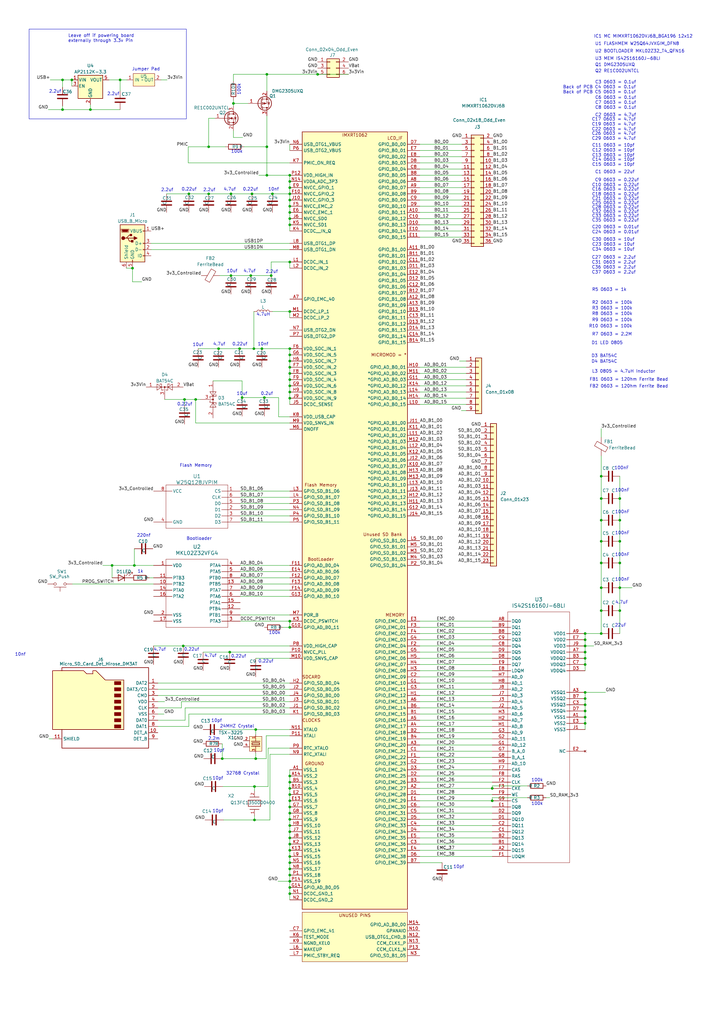
<source format=kicad_sch>
(kicad_sch (version 20230121) (generator eeschema)
  (paper "A3" portrait)
  (lib_symbols
    (symbol "BradsNewSymbols:Bridge"
      (property "Reference" "U" (at 0 5.08 0))
      (symbol "Bridge_1_1"
        (pin input line (at -6.35 0 0) (length 2.54) (name "IN") (number "1"))
        (pin output line (at 7.62 0 180) (length 2.54) (name "OUT") (number "2"))
      )
    )
    (symbol "Clock 24mhz TSX-3225 24.0000MF20G-AC0:TSX-3225" (pin_names (offset 1.016))
      (property "Reference" "X" (at -2.5439 6.1053 0))
      (property "Value" "TSX-3225" (at -2.541 3.8115 0))
      (symbol "TSX-3225_0_0"
        (pin passive line (at -2.54 0 0) (length 2.54) (name "~") (number "1"))
        (pin passive line (at 0 -5.08 90) (length 2.54) (name "~") (number "2"))
        (pin passive line (at 5.08 0 180) (length 2.54) (name "~") (number "3"))
        (pin passive line (at 2.54 -5.08 90) (length 2.54) (name "~") (number "4"))
      )
    )
    (symbol "Clock 32768khz Q13FC1350000400:Q13FC1350000400" (pin_names (offset 1.016))
      (property "Reference" "XTAL" (at -2.8194 2.6924 0))
      (property "Value" "Q13FC1350000400" (at -3.8862 -6.1976 0))
      (symbol "Q13FC1350000400_0_0"
        (pin passive line (at 0 0 0) (length 2.54) (name "~") (number "1"))
        (pin passive line (at 10.16 0 180) (length 2.54) (name "~") (number "2"))
      )
    )
    (symbol "Connector:Micro_SD_Card_Det_Hirose_DM3AT"
      (property "Reference" "J" (at -16.51 17.78 0))
      (property "Value" "Micro_SD_Card_Det_Hirose_DM3AT" (at 16.51 17.78 0))
      (symbol "Micro_SD_Card_Det_Hirose_DM3AT_1_1"
        (pin bidirectional line (at -22.86 10.16 0) (length 3.81) (name "DAT2") (number "1"))
        (pin passive line (at -22.86 -10.16 0) (length 3.81) (name "DET_A") (number "10"))
        (pin passive line (at 20.32 -12.7 180) (length 3.81) (name "SHIELD") (number "11"))
        (pin bidirectional line (at -22.86 7.62 0) (length 3.81) (name "DAT3/CD") (number "2"))
        (pin input line (at -22.86 5.08 0) (length 3.81) (name "CMD") (number "3"))
        (pin power_in line (at -22.86 2.54 0) (length 3.81) (name "VDD") (number "4"))
        (pin input line (at -22.86 0 0) (length 3.81) (name "CLK") (number "5"))
        (pin power_in line (at -22.86 -2.54 0) (length 3.81) (name "VSS") (number "6"))
        (pin bidirectional line (at -22.86 -5.08 0) (length 3.81) (name "DAT0") (number "7"))
        (pin bidirectional line (at -22.86 -7.62 0) (length 3.81) (name "DAT1") (number "8"))
        (pin passive line (at -22.86 -12.7 0) (length 3.81) (name "DET_B") (number "9"))
      )
    )
    (symbol "Connector:USB_B_Micro" (pin_names (offset 1.016))
      (property "Reference" "J" (at -5.08 11.43 0))
      (property "Value" "USB_B_Micro" (at -5.08 8.89 0))
      (symbol "USB_B_Micro_1_1"
        (pin power_out line (at 7.62 5.08 180) (length 2.54) (name "VBUS") (number "1"))
        (pin bidirectional line (at 7.62 -2.54 180) (length 2.54) (name "D-") (number "2"))
        (pin bidirectional line (at 7.62 0 180) (length 2.54) (name "D+") (number "3"))
        (pin passive line (at 7.62 -5.08 180) (length 2.54) (name "ID") (number "4"))
        (pin power_out line (at 0 -10.16 90) (length 2.54) (name "GND") (number "5"))
        (pin passive line (at -2.54 -10.16 90) (length 2.54) (name "Shield") (number "6"))
      )
    )
    (symbol "Connector_Generic:Conn_01x09" (pin_names (offset 1.016) hide)
      (property "Reference" "J" (at 0 12.7 0))
      (property "Value" "Conn_01x09" (at 0 -12.7 0))
      (symbol "Conn_01x09_1_1"
        (pin passive line (at -5.08 10.16 0) (length 3.81) (name "Pin_1") (number "1"))
        (pin passive line (at -5.08 7.62 0) (length 3.81) (name "Pin_2") (number "2"))
        (pin passive line (at -5.08 5.08 0) (length 3.81) (name "Pin_3") (number "3"))
        (pin passive line (at -5.08 2.54 0) (length 3.81) (name "Pin_4") (number "4"))
        (pin passive line (at -5.08 0 0) (length 3.81) (name "Pin_5") (number "5"))
        (pin passive line (at -5.08 -2.54 0) (length 3.81) (name "Pin_6") (number "6"))
        (pin passive line (at -5.08 -5.08 0) (length 3.81) (name "Pin_7") (number "7"))
        (pin passive line (at -5.08 -7.62 0) (length 3.81) (name "Pin_8") (number "8"))
        (pin passive line (at -5.08 -10.16 0) (length 3.81) (name "Pin_9") (number "9"))
      )
    )
    (symbol "Connector_Generic:Conn_01x23" (pin_names (offset 1.016) hide)
      (property "Reference" "J" (at 0 30.48 0))
      (property "Value" "Conn_01x23" (at 0 -30.48 0))
      (symbol "Conn_01x23_1_1"
        (pin passive line (at -5.08 27.94 0) (length 3.81) (name "Pin_1") (number "1"))
        (pin passive line (at -5.08 5.08 0) (length 3.81) (name "Pin_10") (number "10"))
        (pin passive line (at -5.08 2.54 0) (length 3.81) (name "Pin_11") (number "11"))
        (pin passive line (at -5.08 0 0) (length 3.81) (name "Pin_12") (number "12"))
        (pin passive line (at -5.08 -2.54 0) (length 3.81) (name "Pin_13") (number "13"))
        (pin passive line (at -5.08 -5.08 0) (length 3.81) (name "Pin_14") (number "14"))
        (pin passive line (at -5.08 -7.62 0) (length 3.81) (name "Pin_15") (number "15"))
        (pin passive line (at -5.08 -10.16 0) (length 3.81) (name "Pin_16") (number "16"))
        (pin passive line (at -5.08 -12.7 0) (length 3.81) (name "Pin_17") (number "17"))
        (pin passive line (at -5.08 -15.24 0) (length 3.81) (name "Pin_18") (number "18"))
        (pin passive line (at -5.08 -17.78 0) (length 3.81) (name "Pin_19") (number "19"))
        (pin passive line (at -5.08 25.4 0) (length 3.81) (name "Pin_2") (number "2"))
        (pin passive line (at -5.08 -20.32 0) (length 3.81) (name "Pin_20") (number "20"))
        (pin passive line (at -5.08 -22.86 0) (length 3.81) (name "Pin_21") (number "21"))
        (pin passive line (at -5.08 -25.4 0) (length 3.81) (name "Pin_22") (number "22"))
        (pin passive line (at -5.08 -27.94 0) (length 3.81) (name "Pin_23") (number "23"))
        (pin passive line (at -5.08 22.86 0) (length 3.81) (name "Pin_3") (number "3"))
        (pin passive line (at -5.08 20.32 0) (length 3.81) (name "Pin_4") (number "4"))
        (pin passive line (at -5.08 17.78 0) (length 3.81) (name "Pin_5") (number "5"))
        (pin passive line (at -5.08 15.24 0) (length 3.81) (name "Pin_6") (number "6"))
        (pin passive line (at -5.08 12.7 0) (length 3.81) (name "Pin_7") (number "7"))
        (pin passive line (at -5.08 10.16 0) (length 3.81) (name "Pin_8") (number "8"))
        (pin passive line (at -5.08 7.62 0) (length 3.81) (name "Pin_9") (number "9"))
      )
    )
    (symbol "Connector_Generic:Conn_02x03_Odd_Even" (pin_names (offset 1.016) hide)
      (property "Reference" "J" (at 1.27 5.08 0))
      (property "Value" "Conn_02x03_Odd_Even" (at 1.27 -5.08 0))
      (symbol "Conn_02x03_Odd_Even_1_1"
        (pin passive line (at -5.08 2.54 0) (length 3.81) (name "Pin_1") (number "1"))
        (pin passive line (at 7.62 2.54 180) (length 3.81) (name "Pin_2") (number "2"))
        (pin passive line (at -5.08 0 0) (length 3.81) (name "Pin_3") (number "3"))
        (pin passive line (at 7.62 0 180) (length 3.81) (name "Pin_4") (number "4"))
        (pin passive line (at -5.08 -2.54 0) (length 3.81) (name "Pin_5") (number "5"))
        (pin passive line (at 7.62 -2.54 180) (length 3.81) (name "Pin_6") (number "6"))
      )
    )
    (symbol "Connector_Generic:Conn_02x18_Odd_Even" (pin_names (offset 1.016) hide)
      (property "Reference" "J" (at 1.27 22.86 0))
      (property "Value" "Conn_02x18_Odd_Even" (at 1.27 -25.4 0))
      (symbol "Conn_02x18_Odd_Even_1_1"
        (pin passive line (at -5.08 20.32 0) (length 3.81) (name "Pin_1") (number "1"))
        (pin passive line (at 7.62 10.16 180) (length 3.81) (name "Pin_10") (number "10"))
        (pin passive line (at -5.08 7.62 0) (length 3.81) (name "Pin_11") (number "11"))
        (pin passive line (at 7.62 7.62 180) (length 3.81) (name "Pin_12") (number "12"))
        (pin passive line (at -5.08 5.08 0) (length 3.81) (name "Pin_13") (number "13"))
        (pin passive line (at 7.62 5.08 180) (length 3.81) (name "Pin_14") (number "14"))
        (pin passive line (at -5.08 2.54 0) (length 3.81) (name "Pin_15") (number "15"))
        (pin passive line (at 7.62 2.54 180) (length 3.81) (name "Pin_16") (number "16"))
        (pin passive line (at -5.08 0 0) (length 3.81) (name "Pin_17") (number "17"))
        (pin passive line (at 7.62 0 180) (length 3.81) (name "Pin_18") (number "18"))
        (pin passive line (at -5.08 -2.54 0) (length 3.81) (name "Pin_19") (number "19"))
        (pin passive line (at 7.62 20.32 180) (length 3.81) (name "Pin_2") (number "2"))
        (pin passive line (at 7.62 -2.54 180) (length 3.81) (name "Pin_20") (number "20"))
        (pin passive line (at -5.08 -5.08 0) (length 3.81) (name "Pin_21") (number "21"))
        (pin passive line (at 7.62 -5.08 180) (length 3.81) (name "Pin_22") (number "22"))
        (pin passive line (at -5.08 -7.62 0) (length 3.81) (name "Pin_23") (number "23"))
        (pin passive line (at 7.62 -7.62 180) (length 3.81) (name "Pin_24") (number "24"))
        (pin passive line (at -5.08 -10.16 0) (length 3.81) (name "Pin_25") (number "25"))
        (pin passive line (at 7.62 -10.16 180) (length 3.81) (name "Pin_26") (number "26"))
        (pin passive line (at -5.08 -12.7 0) (length 3.81) (name "Pin_27") (number "27"))
        (pin passive line (at 7.62 -12.7 180) (length 3.81) (name "Pin_28") (number "28"))
        (pin passive line (at -5.08 -15.24 0) (length 3.81) (name "Pin_29") (number "29"))
        (pin passive line (at -5.08 17.78 0) (length 3.81) (name "Pin_3") (number "3"))
        (pin passive line (at 7.62 -15.24 180) (length 3.81) (name "Pin_30") (number "30"))
        (pin passive line (at -5.08 -17.78 0) (length 3.81) (name "Pin_31") (number "31"))
        (pin passive line (at 7.62 -17.78 180) (length 3.81) (name "Pin_32") (number "32"))
        (pin passive line (at -5.08 -20.32 0) (length 3.81) (name "Pin_33") (number "33"))
        (pin passive line (at 7.62 -20.32 180) (length 3.81) (name "Pin_34") (number "34"))
        (pin passive line (at -5.08 -22.86 0) (length 3.81) (name "Pin_35") (number "35"))
        (pin passive line (at 7.62 -22.86 180) (length 3.81) (name "Pin_36") (number "36"))
        (pin passive line (at 7.62 17.78 180) (length 3.81) (name "Pin_4") (number "4"))
        (pin passive line (at -5.08 15.24 0) (length 3.81) (name "Pin_5") (number "5"))
        (pin passive line (at 7.62 15.24 180) (length 3.81) (name "Pin_6") (number "6"))
        (pin passive line (at -5.08 12.7 0) (length 3.81) (name "Pin_7") (number "7"))
        (pin passive line (at 7.62 12.7 180) (length 3.81) (name "Pin_8") (number "8"))
        (pin passive line (at -5.08 10.16 0) (length 3.81) (name "Pin_9") (number "9"))
      )
    )
    (symbol "Device:C" (pin_numbers hide) (pin_names (offset 0.254))
      (property "Reference" "C" (at 0.635 2.54 0))
      (property "Value" "C" (at 0.635 -2.54 0))
      (symbol "C_1_1"
        (pin passive line (at 0 3.81 270) (length 2.794) (name "~") (number "1"))
        (pin passive line (at 0 -3.81 90) (length 2.794) (name "~") (number "2"))
      )
    )
    (symbol "Device:FerriteBead" (pin_numbers hide) (pin_names (offset 0))
      (property "Reference" "FB" (at -3.81 0.635 90))
      (property "Value" "FerriteBead" (at 3.81 0 90))
      (symbol "FerriteBead_1_1"
        (pin passive line (at 0 3.81 270) (length 2.54) (name "~") (number "1"))
        (pin passive line (at 0 -3.81 90) (length 2.54) (name "~") (number "2"))
      )
    )
    (symbol "Device:L" (pin_numbers hide) (pin_names (offset 1.016) hide)
      (property "Reference" "L" (at -1.27 0 90))
      (property "Value" "L" (at 1.905 0 90))
      (symbol "L_1_1"
        (pin passive line (at 0 3.81 270) (length 1.27) (name "1") (number "1"))
        (pin passive line (at 0 -3.81 90) (length 1.27) (name "2") (number "2"))
      )
    )
    (symbol "Device:LED" (pin_numbers hide) (pin_names (offset 1.016) hide)
      (property "Reference" "D" (at 0 2.54 0))
      (property "Value" "LED" (at 0 -2.54 0))
      (symbol "LED_1_1"
        (pin passive line (at -3.81 0 0) (length 2.54) (name "K") (number "1"))
        (pin passive line (at 3.81 0 180) (length 2.54) (name "A") (number "2"))
      )
    )
    (symbol "Device:R" (pin_numbers hide) (pin_names (offset 0))
      (property "Reference" "R" (at 2.032 0 90))
      (property "Value" "R" (at 0 0 90))
      (symbol "R_1_1"
        (pin passive line (at 0 3.81 270) (length 1.27) (name "~") (number "1"))
        (pin passive line (at 0 -3.81 90) (length 1.27) (name "~") (number "2"))
      )
    )
    (symbol "Diode:BAT54C" (pin_names (offset 1.016))
      (property "Reference" "D" (at 0.635 -3.81 0))
      (property "Value" "BAT54C" (at -6.35 3.175 0))
      (symbol "BAT54C_1_1"
        (pin passive line (at -7.62 0 0) (length 3.81) (name "~") (number "1"))
        (pin passive line (at 7.62 0 180) (length 3.81) (name "~") (number "2"))
        (pin passive line (at 0 -5.08 90) (length 5.08) (name "~") (number "3"))
      )
    )
    (symbol "IMXRT1062:MIMXRT1062DVJ6B"
      (property "Reference" "IC" (at 49.53 7.62 0))
      (property "Value" "MIMXRT1062DVJ6B" (at 49.53 5.08 0))
      (symbol "MIMXRT1062DVJ6B_1_1"
        (text "BootLoader" (at 12.7 -172.72 0) (effects (font (size 1.27 1.27))))
        (text "CLOCKS" (at 8.89 -238.76 0) (effects (font (size 1.27 1.27))))
        (text "Flash Memory" (at 12.7 -142.24 0) (effects (font (size 1.27 1.27))))
        (text "GROUND" (at 10.16 -256.54 0) (effects (font (size 1.27 1.27))))
        (text "IMXRT1062" (at 26.67 1.27 0) (effects (font (size 1.27 1.27))))
        (text "LCD_IF" (at 43.18 0 0) (effects (font (size 1.27 1.27))))
        (text "MEMORY" (at 43.18 -195.58 0) (effects (font (size 1.27 1.27))))
        (text "MICROMOD = *" (at 40.64 -88.9 0) (effects (font (size 1.27 1.27))))
        (text "SDCARD" (at 8.89 -220.98 0) (effects (font (size 1.27 1.27))))
        (text "UNUSED PINS" (at 26.67 -318.77 0) (effects (font (size 1.27 1.27))))
        (text "Unused SD Bank" (at 38.1 -162.56 0) (effects (font (size 1.27 1.27))))
        (pin passive line (at 0 -259.08 0) (length 5.08) (name "VSS_1") (number "A1"))
        (pin passive line (at 53.34 -30.48 180) (length 5.08) (name "GPIO_B0_11") (number "A10"))
        (pin passive line (at 53.34 -45.72 180) (length 5.08) (name "GPIO_B1_00") (number "A11"))
        (pin passive line (at 53.34 -66.04 180) (length 5.08) (name "GPIO_B1_08") (number "A12"))
        (pin passive line (at 53.34 -68.58 180) (length 5.08) (name "GPIO_B1_09") (number "A13"))
        (pin passive line (at 0 -261.62 0) (length 5.08) (name "VSS_2") (number "A14"))
        (pin passive line (at 53.34 -266.7 180) (length 5.08) (name "GPIO_EMC_27") (number "A2"))
        (pin passive line (at 53.34 -248.92 180) (length 5.08) (name "GPIO_EMC_20") (number "A3"))
        (pin passive line (at 53.34 -241.3 180) (length 5.08) (name "GPIO_EMC_17") (number "A4"))
        (pin passive line (at 53.34 -238.76 180) (length 5.08) (name "GPIO_EMC_16") (number "A5"))
        (pin passive line (at 53.34 -231.14 180) (length 5.08) (name "GPIO_EMC_13") (number "A6"))
        (pin passive line (at 0 -66.04 0) (length 5.08) (name "GPIO_EMC_40") (number "A7"))
        (pin passive line (at 53.34 -17.78 180) (length 5.08) (name "GPIO_B0_06") (number "A8"))
        (pin passive line (at 53.34 -20.32 180) (length 5.08) (name "GPIO_B0_07") (number "A9"))
        (pin passive line (at 53.34 -236.22 180) (length 5.08) (name "GPIO_EMC_15") (number "B1"))
        (pin passive line (at 0 -266.7 0) (length 5.08) (name "VSS_4") (number "B10"))
        (pin passive line (at 53.34 -48.26 180) (length 5.08) (name "GPIO_B1_01") (number "B11"))
        (pin passive line (at 53.34 -63.5 180) (length 5.08) (name "GPIO_B1_07") (number "B12"))
        (pin passive line (at 53.34 -71.12 180) (length 5.08) (name "GPIO_B1_10") (number "B13"))
        (pin passive line (at 53.34 -83.82 180) (length 5.08) (name "GPIO_B1_15") (number "B14"))
        (pin passive line (at 53.34 -243.84 180) (length 5.08) (name "GPIO_EMC_18") (number "B2"))
        (pin passive line (at 53.34 -264.16 180) (length 5.08) (name "GPIO_EMC_26") (number "B3"))
        (pin passive line (at 53.34 -246.38 180) (length 5.08) (name "GPIO_EMC_19") (number "B4"))
        (pin passive line (at 0 -264.16 0) (length 5.08) (name "VSS_3") (number "B5"))
        (pin passive line (at 53.34 -233.68 180) (length 5.08) (name "GPIO_EMC_14") (number "B6"))
        (pin passive line (at 53.34 -297.18 180) (length 5.08) (name "GPIO_EMC_39") (number "B7"))
        (pin passive line (at 53.34 -15.24 180) (length 5.08) (name "GPIO_B0_05") (number "B8"))
        (pin passive line (at 53.34 -22.86 180) (length 5.08) (name "GPIO_B0_08") (number "B9"))
        (pin passive line (at 53.34 -251.46 180) (length 5.08) (name "GPIO_EMC_21") (number "C1"))
        (pin passive line (at 53.34 -33.02 180) (length 5.08) (name "GPIO_B0_12") (number "C10"))
        (pin passive line (at 53.34 -50.8 180) (length 5.08) (name "GPIO_B1_02") (number "C11"))
        (pin passive line (at 53.34 -60.96 180) (length 5.08) (name "GPIO_B1_06") (number "C12"))
        (pin passive line (at 53.34 -73.66 180) (length 5.08) (name "GPIO_B1_11") (number "C13"))
        (pin passive line (at 53.34 -81.28 180) (length 5.08) (name "GPIO_B1_14") (number "C14"))
        (pin passive line (at 53.34 -220.98 180) (length 5.08) (name "GPIO_EMC_09") (number "C2"))
        (pin passive line (at 53.34 -289.56 180) (length 5.08) (name "GPIO_EMC_36") (number "C3"))
        (pin passive line (at 53.34 -281.94 180) (length 5.08) (name "GPIO_EMC_33") (number "C4"))
        (pin passive line (at 53.34 -276.86 180) (length 5.08) (name "GPIO_EMC_31") (number "C5"))
        (pin passive line (at 53.34 -274.32 180) (length 5.08) (name "GPIO_EMC_30") (number "C6"))
        (pin passive line (at 0 -325.12 0) (length 5.08) (name "GPIO_EMC_41") (number "C7"))
        (pin passive line (at 53.34 -12.7 180) (length 5.08) (name "GPIO_B0_04") (number "C8"))
        (pin passive line (at 53.34 -25.4 180) (length 5.08) (name "GPIO_B0_09") (number "C9"))
        (pin passive line (at 53.34 -269.24 180) (length 5.08) (name "GPIO_EMC_28") (number "D1"))
        (pin passive line (at 53.34 -35.56 180) (length 5.08) (name "GPIO_B0_13") (number "D10"))
        (pin passive line (at 53.34 -53.34 180) (length 5.08) (name "GPIO_B1_03") (number "D11"))
        (pin passive line (at 53.34 -58.42 180) (length 5.08) (name "GPIO_B1_05") (number "D12"))
        (pin passive line (at 53.34 -76.2 180) (length 5.08) (name "GPIO_B1_12") (number "D13"))
        (pin passive line (at 53.34 -78.74 180) (length 5.08) (name "GPIO_B1_13") (number "D14"))
        (pin passive line (at 53.34 -261.62 180) (length 5.08) (name "GPIO_EMC_25") (number "D2"))
        (pin passive line (at 53.34 -259.08 180) (length 5.08) (name "GPIO_EMC_24") (number "D3"))
        (pin passive line (at 53.34 -284.48 180) (length 5.08) (name "GPIO_EMC_34") (number "D4"))
        (pin passive line (at 53.34 -279.4 180) (length 5.08) (name "GPIO_EMC_32") (number "D5"))
        (pin passive line (at 53.34 -294.64 180) (length 5.08) (name "GPIO_EMC_38") (number "D6"))
        (pin passive line (at 53.34 -2.54 180) (length 5.08) (name "GPIO_B0_00") (number "D7"))
        (pin passive line (at 53.34 -10.16 180) (length 5.08) (name "GPIO_B0_03") (number "D8"))
        (pin passive line (at 53.34 -27.94 180) (length 5.08) (name "GPIO_B0_10") (number "D9"))
        (pin passive line (at 53.34 -271.78 180) (length 5.08) (name "GPIO_EMC_29") (number "E1"))
        (pin passive line (at 53.34 -38.1 180) (length 5.08) (name "GPIO_B0_14") (number "E10"))
        (pin passive line (at 53.34 -40.64 180) (length 5.08) (name "GPIO_B0_15") (number "E11"))
        (pin passive line (at 53.34 -55.88 180) (length 5.08) (name "GPIO_B1_04") (number "E12"))
        (pin passive line (at 0 -271.78 0) (length 5.08) (name "VSS_6") (number "E13"))
        (pin passive line (at 0 -177.8 0) (length 5.08) (name "GPIO_AD_B0_06") (number "E14"))
        (pin passive line (at 0 -269.24 0) (length 5.08) (name "VSS_5") (number "E2"))
        (pin passive line (at 53.34 -198.12 180) (length 5.08) (name "GPIO_EMC_00") (number "E3"))
        (pin passive line (at 53.34 -292.1 180) (length 5.08) (name "GPIO_EMC_37") (number "E4"))
        (pin passive line (at 53.34 -287.02 180) (length 5.08) (name "GPIO_EMC_35") (number "E5"))
        (pin passive line (at 0 -30.48 0) (length 5.08) (name "NVCC_EMC_1") (number "E6"))
        (pin passive line (at 53.34 -5.08 180) (length 5.08) (name "GPIO_B0_01") (number "E7"))
        (pin passive line (at 53.34 -7.62 180) (length 5.08) (name "GPIO_B0_02") (number "E8"))
        (pin passive line (at 0 -20.32 0) (length 5.08) (name "NVCC_GPIO_1") (number "E9"))
        (pin passive line (at 53.34 -254 180) (length 5.08) (name "GPIO_EMC_22") (number "F1"))
        (pin passive line (at 0 -22.86 0) (length 5.08) (name "NVCC_GPIO_2") (number "F10"))
        (pin passive line (at 0 -175.26 0) (length 5.08) (name "GPIO_AD_B0_04") (number "F11"))
        (pin passive line (at 0 -180.34 0) (length 5.08) (name "GPIO_AD_B0_07") (number "F12"))
        (pin passive line (at 0 -182.88 0) (length 5.08) (name "GPIO_AD_B0_08") (number "F13"))
        (pin passive line (at 0 -185.42 0) (length 5.08) (name "GPIO_AD_B0_09") (number "F14"))
        (pin passive line (at 53.34 -208.28 180) (length 5.08) (name "GPIO_EMC_04") (number "F2"))
        (pin passive line (at 53.34 -200.66 180) (length 5.08) (name "GPIO_EMC_01") (number "F3"))
        (pin passive line (at 53.34 -203.2 180) (length 5.08) (name "GPIO_EMC_02") (number "F4"))
        (pin passive line (at 0 -27.94 0) (length 5.08) (name "NVCC_EMC_2") (number "F5"))
        (pin passive line (at 0 -86.36 0) (length 5.08) (name "VDD_SOC_IN_1") (number "F6"))
        (pin passive line (at 0 -93.98 0) (length 5.08) (name "VDD_SOC_IN_2") (number "F7"))
        (pin passive line (at 0 -96.52 0) (length 5.08) (name "VDD_SOC_IN_3") (number "F8"))
        (pin passive line (at 0 -99.06 0) (length 5.08) (name "VDD_SOC_IN_4") (number "F9"))
        (pin passive line (at 53.34 -223.52 180) (length 5.08) (name "GPIO_EMC_10") (number "G1"))
        (pin passive line (at 0 -200.66 0) (length 5.08) (name "GPIO_AD_B0_11") (number "G10"))
        (pin passive line (at 53.34 -99.06 180) (length 5.08) (name "*GPIO_AD_B0_03") (number "G11"))
        (pin passive line (at 53.34 -152.4 180) (length 5.08) (name "*GPIO_AD_B1_14") (number "G12"))
        (pin passive line (at 0 -187.96 0) (length 5.08) (name "GPIO_AD_B0_10") (number "G13"))
        (pin passive line (at 0 -307.34 0) (length 5.08) (name "GPIO_AD_B0_05") (number "G14"))
        (pin passive line (at 53.34 -256.54 180) (length 5.08) (name "GPIO_EMC_23") (number "G2"))
        (pin passive line (at 53.34 -226.06 180) (length 5.08) (name "GPIO_EMC_11") (number "G3"))
        (pin passive line (at 53.34 -205.74 180) (length 5.08) (name "GPIO_EMC_03") (number "G4"))
        (pin passive line (at 53.34 -210.82 180) (length 5.08) (name "GPIO_EMC_05") (number "G5"))
        (pin passive line (at 0 -88.9 0) (length 5.08) (name "VDD_SOC_IN_5") (number "G6"))
        (pin passive line (at 0 -274.32 0) (length 5.08) (name "VSS_7") (number "G7"))
        (pin passive line (at 0 -276.86 0) (length 5.08) (name "VSS_8") (number "G8"))
        (pin passive line (at 0 -101.6 0) (length 5.08) (name "VDD_SOC_IN_6") (number "G9"))
        (pin passive line (at 53.34 -228.6 180) (length 5.08) (name "GPIO_EMC_12") (number "H1"))
        (pin passive line (at 53.34 -93.98 180) (length 5.08) (name "GPIO_AD_B0_01") (number "H10"))
        (pin passive line (at 53.34 -149.86 180) (length 5.08) (name "*GPIO_AD_B1_13") (number "H11"))
        (pin passive line (at 53.34 -147.32 180) (length 5.08) (name "*GPIO_AD_B1_12") (number "H12"))
        (pin passive line (at 53.34 -137.16 180) (length 5.08) (name "*GPIO_AD_B1_08") (number "H13"))
        (pin passive line (at 53.34 -106.68 180) (length 5.08) (name "*GPIO_AD_B0_14") (number "H14"))
        (pin passive line (at 0 -223.52 0) (length 5.08) (name "GPIO_SD_B0_04") (number "H2"))
        (pin passive line (at 53.34 -218.44 180) (length 5.08) (name "GPIO_EMC_08") (number "H3"))
        (pin passive line (at 53.34 -215.9 180) (length 5.08) (name "GPIO_EMC_07") (number "H4"))
        (pin passive line (at 53.34 -213.36 180) (length 5.08) (name "GPIO_EMC_06") (number "H5"))
        (pin passive line (at 0 -91.44 0) (length 5.08) (name "VDD_SOC_IN_7") (number "H6"))
        (pin passive line (at 0 -279.4 0) (length 5.08) (name "VSS_9") (number "H7"))
        (pin passive line (at 0 -281.94 0) (length 5.08) (name "VSS_10") (number "H8"))
        (pin passive line (at 0 -104.14 0) (length 5.08) (name "VDD_SOC_IN_8") (number "H9"))
        (pin passive line (at 0 -233.68 0) (length 5.08) (name "GPIO_SD_B0_02") (number "J1"))
        (pin passive line (at 0 -25.4 0) (length 5.08) (name "NVCC_GPIO_3") (number "J10"))
        (pin passive line (at 53.34 -116.84 180) (length 5.08) (name "*GPIO_AD_B1_00") (number "J11"))
        (pin passive line (at 53.34 -132.08 180) (length 5.08) (name "*GPIO_AD_B1_06") (number "J12"))
        (pin passive line (at 53.34 -144.78 180) (length 5.08) (name "*GPIO_AD_B1_11") (number "J13"))
        (pin passive line (at 53.34 -154.94 180) (length 5.08) (name "*GPIO_AD_B1_15") (number "J14"))
        (pin passive line (at 0 -226.06 0) (length 5.08) (name "GPIO_SD_B0_05") (number "J2"))
        (pin passive line (at 0 -231.14 0) (length 5.08) (name "GPIO_SD_B0_01") (number "J3"))
        (pin passive line (at 0 -228.6 0) (length 5.08) (name "GPIO_SD_B0_00") (number "J4"))
        (pin passive line (at 0 -109.22 0) (length 5.08) (name "DCDC_SENSE") (number "J5"))
        (pin passive line (at 0 -33.02 0) (length 5.08) (name "NVCC_SD0") (number "J6"))
        (pin passive line (at 0 -284.48 0) (length 5.08) (name "VSS_11") (number "J7"))
        (pin passive line (at 0 -287.02 0) (length 5.08) (name "VSS_12") (number "J8"))
        (pin passive line (at 0 -106.68 0) (length 5.08) (name "VDD_SOC_IN_9") (number "J9"))
        (pin passive line (at 0 -236.22 0) (length 5.08) (name "GPIO_SD_B0_03") (number "K1"))
        (pin passive line (at 53.34 -134.62 180) (length 5.08) (name "*GPIO_AD_B1_07") (number "K10"))
        (pin passive line (at 53.34 -119.38 180) (length 5.08) (name "*GPIO_AD_B1_01") (number "K11"))
        (pin passive line (at 53.34 -129.54 180) (length 5.08) (name "*GPIO_AD_B1_05") (number "K12"))
        (pin passive line (at 0 -292.1 0) (length 5.08) (name "VSS_14") (number "K13"))
        (pin passive line (at 53.34 -101.6 180) (length 5.08) (name "*GPIO_AD_B0_12") (number "K14"))
        (pin passive line (at 0 -289.56 0) (length 5.08) (name "VSS_13") (number "K2"))
        (pin passive line (at 0 -198.12 0) (length 5.08) (name "DCDC_PSWITCH") (number "K3"))
        (pin passive line (at 0 -38.1 0) (length 5.08) (name "DCDC__IN_Q") (number "K4"))
        (pin passive line (at 0 -35.56 0) (length 5.08) (name "NVCC_SD1") (number "K5"))
        (pin passive line (at 0 -327.66 0) (length 5.08) (name "TEST_MODE") (number "K6"))
        (pin passive line (at 0 -10.16 0) (length 5.08) (name "PMIC_ON_REQ") (number "K7"))
        (pin passive line (at 0 -114.3 0) (length 5.08) (name "VDD_USB_CAP") (number "K8"))
        (pin passive line (at 0 -330.2 0) (length 5.08) (name "NGND_KEL0") (number "K9"))
        (pin passive line (at 0 -50.8 0) (length 5.08) (name "DCDC_IN_1") (number "L1"))
        (pin passive line (at 53.34 -109.22 180) (length 5.08) (name "*GPIO_AD_B0_15") (number "L10"))
        (pin passive line (at 53.34 -121.92 180) (length 5.08) (name "*GPIO_AD_B1_02") (number "L11"))
        (pin passive line (at 53.34 -127 180) (length 5.08) (name "*GPIO_AD_B1_04") (number "L12"))
        (pin passive line (at 53.34 -142.24 180) (length 5.08) (name "*GPIO_AD_B1_10") (number "L13"))
        (pin passive line (at 53.34 -104.14 180) (length 5.08) (name "*GPIO_AD_B0_13") (number "L14"))
        (pin passive line (at 0 -53.34 0) (length 5.08) (name "DCDC_IN_2") (number "L2"))
        (pin passive line (at 0 -144.78 0) (length 5.08) (name "GPIO_SD_B1_06") (number "L3"))
        (pin passive line (at 0 -147.32 0) (length 5.08) (name "GPIO_SD_B1_07") (number "L4"))
        (pin passive line (at 53.34 -165.1 180) (length 5.08) (name "GPIO_SD_B1_00") (number "L5"))
        (pin passive line (at 0 -332.74 0) (length 5.08) (name "WAKEUP") (number "L6"))
        (pin passive line (at 0 -335.28 0) (length 5.08) (name "PMIC_STBY_REQ") (number "L7"))
        (pin passive line (at 0 -43.18 0) (length 5.08) (name "USB_OTG1_DP") (number "L8"))
        (pin passive line (at 0 -294.64 0) (length 5.08) (name "VSS_15") (number "L9"))
        (pin passive line (at 0 -71.12 0) (length 5.08) (name "DCDC_LP_1") (number "M1"))
        (pin passive line (at 0 -213.36 0) (length 5.08) (name "VDD_SNVS_CAP") (number "M10"))
        (pin passive line (at 53.34 -96.52 180) (length 5.08) (name "*GPIO_AD_B0_02") (number "M11"))
        (pin passive line (at 53.34 -124.46 180) (length 5.08) (name "*GPIO_AD_B1_03") (number "M12"))
        (pin passive line (at 53.34 -139.7 180) (length 5.08) (name "*GPIO_AD_B1_09") (number "M13"))
        (pin passive line (at 53.34 -322.58 180) (length 5.08) (name "GPIO_AD_B0_00") (number "M14"))
        (pin passive line (at 0 -73.66 0) (length 5.08) (name "DCDC_LP_2") (number "M2"))
        (pin passive line (at 53.34 -170.18 180) (length 5.08) (name "GPIO_SD_B1_02") (number "M3"))
        (pin passive line (at 53.34 -172.72 180) (length 5.08) (name "GPIO_SD_B1_03") (number "M4"))
        (pin passive line (at 53.34 -167.64 180) (length 5.08) (name "GPIO_SD_B1_01") (number "M5"))
        (pin passive line (at 0 -119.38 0) (length 5.08) (name "ONOFF") (number "M6"))
        (pin passive line (at 0 -195.58 0) (length 5.08) (name "POR_B") (number "M7"))
        (pin passive line (at 0 -45.72 0) (length 5.08) (name "USB_OTG1_DN") (number "M8"))
        (pin passive line (at 0 -116.84 0) (length 5.08) (name "VDD_SNVS_IN") (number "M9"))
        (pin passive line (at 0 -309.88 0) (length 5.08) (name "DCDC_GND_1") (number "N1"))
        (pin passive line (at 53.34 -325.12 180) (length 5.08) (name "GPANAIO") (number "N10"))
        (pin passive line (at 0 -242.57 0) (length 5.08) (name "XTALO") (number "N11"))
        (pin passive line (at 53.34 -327.66 180) (length 5.08) (name "USB_OTG1_CHD_B") (number "N12"))
        (pin passive line (at 53.34 -330.2 180) (length 5.08) (name "CCM_CLK1_P") (number "N13"))
        (pin passive line (at 0 -17.78 0) (length 5.08) (name "VDDA_ADC_3P3") (number "N14"))
        (pin passive line (at 0 -312.42 0) (length 5.08) (name "DCDC_GND_2") (number "N2"))
        (pin passive line (at 53.34 -335.28 180) (length 5.08) (name "GPIO_SD_B1_05") (number "N3"))
        (pin passive line (at 0 -152.4 0) (length 5.08) (name "GPIO_SD_B1_09") (number "N4"))
        (pin passive line (at 0 -297.18 0) (length 5.08) (name "VSS_16") (number "N5"))
        (pin passive line (at 0 -2.54 0) (length 5.08) (name "USB_OTG1_VBUS") (number "N6"))
        (pin passive line (at 0 -78.74 0) (length 5.08) (name "USB_OTG2_DN") (number "N7"))
        (pin passive line (at 0 -299.72 0) (length 5.08) (name "VSS_17") (number "N8"))
        (pin passive line (at 0 -252.73 0) (length 5.08) (name "RTC_XTALI") (number "N9"))
        (pin passive line (at 0 -302.26 0) (length 5.08) (name "VSS_18") (number "P1"))
        (pin passive line (at 0 -210.82 0) (length 5.08) (name "NVCC_PLL") (number "P10"))
        (pin passive line (at 0 -245.11 0) (length 5.08) (name "XTALI") (number "P11"))
        (pin passive line (at 0 -15.24 0) (length 5.08) (name "VDD_HIGH_IN") (number "P12"))
        (pin passive line (at 53.34 -332.74 180) (length 5.08) (name "CCM_CLK1_N") (number "P13"))
        (pin passive line (at 0 -304.8 0) (length 5.08) (name "VSS_19") (number "P14"))
        (pin passive line (at 53.34 -175.26 180) (length 5.08) (name "GPIO_SD_B1_04") (number "P2"))
        (pin passive line (at 0 -149.86 0) (length 5.08) (name "GPIO_SD_B1_08") (number "P3"))
        (pin passive line (at 0 -154.94 0) (length 5.08) (name "GPIO_SD_B1_10") (number "P4"))
        (pin passive line (at 0 -157.48 0) (length 5.08) (name "GPIO_SD_B1_11") (number "P5"))
        (pin passive line (at 0 -5.08 0) (length 5.08) (name "USB_OTG2_VBUS") (number "P6"))
        (pin passive line (at 0 -81.28 0) (length 5.08) (name "USB_OTG2_DP") (number "P7"))
        (pin passive line (at 0 -208.28 0) (length 5.08) (name "VDD_HIGH_CAP") (number "P8"))
        (pin passive line (at 0 -250.19 0) (length 5.08) (name "RTC_XTALO") (number "P9"))
      )
    )
    (symbol "Regulator_Linear:AP2112K-3.3" (pin_names (offset 0.254))
      (property "Reference" "U" (at -5.08 5.715 0))
      (property "Value" "AP2112K-3.3" (at 0 5.715 0))
      (symbol "AP2112K-3.3_1_1"
        (pin power_in line (at -7.62 2.54 0) (length 2.54) (name "VIN") (number "1"))
        (pin power_in line (at 0 -7.62 90) (length 2.54) (name "GND") (number "2"))
        (pin input line (at -7.62 0 0) (length 2.54) (name "EN") (number "3"))
        (pin no_connect line (at 5.08 0 180) (length 2.54) hide (name "NC") (number "4"))
        (pin power_out line (at 7.62 2.54 180) (length 2.54) (name "VOUT") (number "5"))
      )
    )
    (symbol "Switch:SW_Push" (pin_numbers hide) (pin_names (offset 1.016) hide)
      (property "Reference" "SW" (at 1.27 2.54 0))
      (property "Value" "SW_Push" (at 0 -1.524 0))
      (symbol "SW_Push_0_1"
        (pin passive line (at -5.08 0 0) (length 2.54) (name "1") (number "1"))
        (pin passive line (at 5.08 0 180) (length 2.54) (name "2") (number "2"))
      )
    )
    (symbol "Teensy Bootloader:MKL02Z32VFG4" (pin_names (offset 0.254))
      (property "Reference" "U" (at 2.54 10.16 0))
      (property "Value" "MKL02Z32VFG4" (at 0 15.24 0))
      (symbol "MKL02Z32VFG4_0_1"
        (pin bidirectional line (at -15.24 -2.54 0) (length 7.62) (name "PTA2") (number "16"))
        (pin bidirectional line (at 20.32 -12.7 180) (length 7.62) (name "PTA3") (number "3"))
        (pin bidirectional line (at 20.32 10.16 180) (length 7.62) (name "PTA4") (number "4"))
        (pin bidirectional line (at 20.32 7.62 180) (length 7.62) (name "PTA5") (number "5"))
        (pin bidirectional line (at 20.32 -2.54 180) (length 7.62) (name "PTA6") (number "6"))
      )
      (symbol "MKL02Z32VFG4_1_1"
        (pin power_in line (at -15.24 10.16 0) (length 7.62) (name "VDD") (number "1"))
        (pin bidirectional line (at -15.24 2.54 0) (length 7.62) (name "PTB2") (number "10"))
        (pin bidirectional line (at -15.24 5.08 0) (length 7.62) (name "PTB3") (number "11"))
        (pin bidirectional line (at 20.32 -7.62 180) (length 7.62) (name "PTB4") (number "12"))
        (pin bidirectional line (at 20.32 2.54 180) (length 7.62) (name "PTB5") (number "13"))
        (pin bidirectional line (at -15.24 0 0) (length 7.62) (name "PTA0") (number "14"))
        (pin bidirectional line (at 20.32 -5.08 180) (length 7.62) (name "PTA1") (number "15"))
        (pin unspecified line (at -15.24 -12.7 0) (length 7.62) (name "VSS") (number "17"))
        (pin power_in line (at -15.24 -10.16 0) (length 7.62) (name "VSS") (number "2"))
        (pin bidirectional line (at 20.32 0 180) (length 7.62) (name "PTA7") (number "7"))
        (pin bidirectional line (at 20.32 5.08 180) (length 7.62) (name "PTB0") (number "8"))
        (pin bidirectional line (at 20.32 -10.16 180) (length 7.62) (name "PTB1") (number "9"))
      )
    )
    (symbol "Teensy Flash:W25Q128JVPIM" (pin_names (offset 0.254))
      (property "Reference" "U" (at 1.27 5.08 0))
      (property "Value" "W25Q128JVPIM" (at 1.27 11.43 0))
      (symbol "W25Q128JVPIM_0_1"
        (pin power_out line (at -16.51 -6.35 0) (length 7.62) (name "GND") (number "4"))
        (pin unspecified line (at 19.05 3.81 180) (length 7.62) (name "CLK") (number "6"))
        (pin power_in line (at -16.51 6.35 0) (length 7.62) (name "VCC") (number "8"))
      )
      (symbol "W25Q128JVPIM_1_1"
        (pin unspecified line (at 19.05 6.35 180) (length 7.62) (name "CS") (number "1"))
        (pin unspecified line (at 19.05 -1.27 180) (length 7.62) (name "D1") (number "2"))
        (pin unspecified line (at 19.05 -3.81 180) (length 7.62) (name "D2") (number "3"))
        (pin unspecified line (at 19.05 1.27 180) (length 7.62) (name "D0") (number "5"))
        (pin unspecified line (at 19.05 -6.35 180) (length 7.62) (name "D3") (number "7"))
      )
    )
    (symbol "Teensy Ram:IS42S16160J-6BLI" (pin_names (offset 0.254))
      (property "Reference" "U" (at 80.01 -1.27 0))
      (property "Value" "IS42S16160J-6BLI" (at 80.01 -3.81 0))
      (symbol "IS42S16160J-6BLI_1_1"
        (pin unspecified line (at 97.79 -48.26 180) (length 7.62) (name "VSS1") (number "A1"))
        (pin unspecified line (at 59.69 -102.87 0) (length 7.62) (name "DQ15") (number "A2"))
        (pin unspecified line (at 97.79 -38.1 180) (length 7.62) (name "VSSQ1") (number "A3"))
        (pin unspecified line (at 97.79 -21.59 180) (length 7.62) (name "VDDQ1") (number "A7"))
        (pin unspecified line (at 59.69 -8.89 0) (length 7.62) (name "DQ0") (number "A8"))
        (pin unspecified line (at 97.79 -13.97 180) (length 7.62) (name "VDD1") (number "A9"))
        (pin unspecified line (at 59.69 -100.33 0) (length 7.62) (name "DQ14") (number "B1"))
        (pin unspecified line (at 59.69 -97.79 0) (length 7.62) (name "DQ13") (number "B2"))
        (pin unspecified line (at 97.79 -24.13 180) (length 7.62) (name "VDDQ2") (number "B3"))
        (pin unspecified line (at 97.79 -40.64 180) (length 7.62) (name "VSSQ2") (number "B7"))
        (pin unspecified line (at 59.69 -13.97 0) (length 7.62) (name "DQ2") (number "B8"))
        (pin unspecified line (at 59.69 -11.43 0) (length 7.62) (name "DQ1") (number "B9"))
        (pin unspecified line (at 59.69 -95.25 0) (length 7.62) (name "DQ12") (number "C1"))
        (pin unspecified line (at 59.69 -92.71 0) (length 7.62) (name "DQ11") (number "C2"))
        (pin unspecified line (at 97.79 -43.18 180) (length 7.62) (name "VSSQ3") (number "C3"))
        (pin unspecified line (at 97.79 -26.67 180) (length 7.62) (name "VDDQ3") (number "C7"))
        (pin unspecified line (at 59.69 -19.05 0) (length 7.62) (name "DQ4") (number "C8"))
        (pin unspecified line (at 59.69 -16.51 0) (length 7.62) (name "DQ3") (number "C9"))
        (pin unspecified line (at 59.69 -90.17 0) (length 7.62) (name "DQ10") (number "D1"))
        (pin unspecified line (at 59.69 -87.63 0) (length 7.62) (name "DQ9") (number "D2"))
        (pin unspecified line (at 97.79 -29.21 180) (length 7.62) (name "VDDQ4") (number "D3"))
        (pin unspecified line (at 97.79 -45.72 180) (length 7.62) (name "VSSQ4") (number "D7"))
        (pin unspecified line (at 59.69 -24.13 0) (length 7.62) (name "DQ6") (number "D8"))
        (pin unspecified line (at 59.69 -21.59 0) (length 7.62) (name "DQ5") (number "D9"))
        (pin unspecified line (at 59.69 -85.09 0) (length 7.62) (name "DQ8") (number "E1"))
        (pin no_connect line (at 97.79 -62.23 180) (length 7.62) (name "NC") (number "E2"))
        (pin unspecified line (at 97.79 -50.8 180) (length 7.62) (name "VSS2") (number "E3"))
        (pin unspecified line (at 97.79 -16.51 180) (length 7.62) (name "VDD2") (number "E7"))
        (pin unspecified line (at 59.69 -29.21 0) (length 7.62) (name "LDQM") (number "E8"))
        (pin unspecified line (at 59.69 -26.67 0) (length 7.62) (name "DQ7") (number "E9"))
        (pin unspecified line (at 59.69 -105.41 0) (length 7.62) (name "UDQM") (number "F1"))
        (pin unspecified line (at 59.69 -74.93 0) (length 7.62) (name "CLK") (number "F2"))
        (pin unspecified line (at 59.69 -77.47 0) (length 7.62) (name "CKE") (number "F3"))
        (pin unspecified line (at 59.69 -69.85 0) (length 7.62) (name "CAS") (number "F7"))
        (pin unspecified line (at 59.69 -72.39 0) (length 7.62) (name "RAS") (number "F8"))
        (pin unspecified line (at 59.69 -80.01 0) (length 7.62) (name "WE") (number "F9"))
        (pin unspecified line (at 59.69 -59.69 0) (length 7.62) (name "AD_12") (number "G1"))
        (pin unspecified line (at 59.69 -57.15 0) (length 7.62) (name "AD_11") (number "G2"))
        (pin unspecified line (at 59.69 -54.61 0) (length 7.62) (name "AD_9") (number "G3"))
        (pin unspecified line (at 59.69 -62.23 0) (length 7.62) (name "B_A_0") (number "G7"))
        (pin unspecified line (at 59.69 -64.77 0) (length 7.62) (name "B_A_1") (number "G8"))
        (pin unspecified line (at 59.69 -82.55 0) (length 7.62) (name "CS") (number "G9"))
        (pin unspecified line (at 59.69 -52.07 0) (length 7.62) (name "AD_8") (number "H1"))
        (pin unspecified line (at 59.69 -49.53 0) (length 7.62) (name "AD_7") (number "H2"))
        (pin unspecified line (at 59.69 -46.99 0) (length 7.62) (name "AD_6") (number "H3"))
        (pin unspecified line (at 59.69 -31.75 0) (length 7.62) (name "AD_0") (number "H7"))
        (pin unspecified line (at 59.69 -34.29 0) (length 7.62) (name "AD_1") (number "H8"))
        (pin unspecified line (at 59.69 -67.31 0) (length 7.62) (name "AD_10") (number "H9"))
        (pin unspecified line (at 97.79 -53.34 180) (length 7.62) (name "VSS3") (number "J1"))
        (pin unspecified line (at 59.69 -44.45 0) (length 7.62) (name "AD_5") (number "J2"))
        (pin unspecified line (at 59.69 -41.91 0) (length 7.62) (name "AD_4") (number "J3"))
        (pin unspecified line (at 59.69 -39.37 0) (length 7.62) (name "AD_3") (number "J7"))
        (pin unspecified line (at 59.69 -36.83 0) (length 7.62) (name "AD_2") (number "J8"))
        (pin unspecified line (at 97.79 -19.05 180) (length 7.62) (name "VDD3") (number "J9"))
      )
    )
    (symbol "Transistor_FET:DMG2301L" (pin_names hide)
      (property "Reference" "Q" (at 5.08 1.905 0))
      (property "Value" "DMG2301L" (at 5.08 0 0))
      (symbol "DMG2301L_1_1"
        (pin input line (at -5.08 0 0) (length 2.54) (name "G") (number "1"))
        (pin passive line (at 2.54 -5.08 90) (length 2.54) (name "S") (number "2"))
        (pin passive line (at 2.54 5.08 270) (length 2.54) (name "D") (number "3"))
      )
    )
    (symbol "Transistor_FET:DMG2302U" (pin_names hide)
      (property "Reference" "Q" (at 5.08 1.905 0))
      (property "Value" "DMG2302U" (at 5.08 0 0))
      (symbol "DMG2302U_1_1"
        (pin input line (at -5.08 0 0) (length 2.54) (name "G") (number "1"))
        (pin passive line (at 2.54 -5.08 90) (length 2.54) (name "S") (number "2"))
        (pin passive line (at 2.54 5.08 270) (length 2.54) (name "D") (number "3"))
      )
    )
  )
  (junction (at 118.872 320.802))
  (junction (at 104.14 143.002))
  (junction (at 118.872 333.502))
  (junction (at 118.872 148.082))
  (junction (at 25.654 44.958))
  (junction (at 104.902 299.212))
  (junction (at 118.872 160.782))
  (junction (at 54.356 109.982))
  (junction (at 118.872 341.122))
  (junction (at 102.87 113.03))
  (junction (at 246.634 213.36))
  (junction (at 240.03 286.512))
  (junction (at 109.474 60.198))
  (junction (at 118.872 356.362))
  (junction (at 118.872 318.262))
  (junction (at 240.03 267.462))
  (junction (at 254.254 204.47))
  (junction (at 118.872 150.622))
  (junction (at 49.276 32.766))
  (junction (at 55.118 231.902))
  (junction (at 240.03 289.052))
  (junction (at 118.872 71.882))
  (junction (at 118.872 328.422))
  (junction (at 118.872 76.962))
  (junction (at 75.184 264.922))
  (junction (at 240.03 296.672))
  (junction (at 118.872 74.422))
  (junction (at 118.872 348.742))
  (junction (at 254.254 213.36))
  (junction (at 201.93 328.422))
  (junction (at 118.872 84.582))
  (junction (at 240.03 291.592))
  (junction (at 80.264 163.83))
  (junction (at 246.634 195.326))
  (junction (at 118.872 336.042))
  (junction (at 85.598 79.502))
  (junction (at 104.902 311.15))
  (junction (at 246.634 230.886))
  (junction (at 246.634 250.444))
  (junction (at 254.254 230.886))
  (junction (at 240.03 264.922))
  (junction (at 118.872 257.302))
  (junction (at 107.442 143.002))
  (junction (at 118.872 363.982))
  (junction (at 118.872 89.662))
  (junction (at 98.298 143.002))
  (junction (at 240.03 283.972))
  (junction (at 104.394 336.296))
  (junction (at 103.378 79.502))
  (junction (at 240.03 294.132))
  (junction (at 118.872 107.442))
  (junction (at 118.872 254.762))
  (junction (at 118.872 127.762))
  (junction (at 118.872 330.962))
  (junction (at 118.872 163.322))
  (junction (at 118.872 82.042))
  (junction (at 111.252 113.03))
  (junction (at 37.084 44.958))
  (junction (at 94.234 267.462))
  (junction (at 118.872 145.542))
  (junction (at 91.186 311.15))
  (junction (at 94.742 113.03))
  (junction (at 109.474 30.48))
  (junction (at 118.872 143.002))
  (junction (at 130.302 30.48))
  (junction (at 25.654 32.766))
  (junction (at 111.76 79.502))
  (junction (at 246.634 241.046))
  (junction (at 118.872 153.162))
  (junction (at 45.974 231.902))
  (junction (at 118.872 158.242))
  (junction (at 108.458 163.068))
  (junction (at 118.872 353.822))
  (junction (at 246.634 221.996))
  (junction (at 240.03 259.842))
  (junction (at 118.872 351.282))
  (junction (at 240.03 262.382))
  (junction (at 118.872 366.522))
  (junction (at 118.872 323.342))
  (junction (at 104.394 322.58))
  (junction (at 240.03 270.002))
  (junction (at 118.872 87.122))
  (junction (at 201.93 323.342))
  (junction (at 109.474 71.882))
  (junction (at 118.872 361.442))
  (junction (at 95.758 42.418))
  (junction (at 29.464 32.766))
  (junction (at 118.872 325.882))
  (junction (at 118.872 338.582))
  (junction (at 254.254 241.046))
  (junction (at 118.872 155.702))
  (junction (at 246.634 204.47))
  (junction (at 118.872 358.902))
  (junction (at 118.872 343.662))
  (junction (at 89.662 143.002))
  (junction (at 118.872 79.502))
  (junction (at 254.254 250.444))
  (junction (at 94.742 79.502))
  (junction (at 118.872 346.202))
  (junction (at 240.03 272.542))
  (junction (at 99.314 163.068))
  (junction (at 254.254 221.996))
  (junction (at 246.634 259.842))
  (junction (at 85.598 60.198))
  (junction (at 77.47 79.502))
  (junction (at 118.872 92.202))
  (junction (at 75.692 163.83))
  (wire (pts (xy 254.254 241.046) (xy 254.254 230.886)))
  (wire (pts (xy 114.046 361.442) (xy 118.872 361.442)))
  (wire (pts (xy 240.03 294.132) (xy 240.03 296.672)))
  (wire (pts (xy 172.212 313.182) (xy 201.93 313.182)))
  (wire (pts (xy 25.654 32.766) (xy 29.464 32.766)))
  (wire (pts (xy 118.872 325.882) (xy 118.872 328.422)))
  (wire (pts (xy 240.03 291.592) (xy 240.03 294.132)))
  (wire (pts (xy 225.552 327.152) (xy 224.028 327.152)))
  (wire (pts (xy 118.872 92.202) (xy 118.872 94.742)))
  (wire (pts (xy 118.872 363.982) (xy 118.872 366.522)))
  (wire (pts (xy 114.3 170.942) (xy 118.872 170.942)))
  (wire (pts (xy 118.872 346.202) (xy 118.872 348.742)))
  (wire (pts (xy 92.456 60.198) (xy 85.598 60.198)))
  (wire (pts (xy 55.118 225.044) (xy 55.118 231.902)))
  (wire (pts (xy 172.212 267.462) (xy 201.93 267.462)))
  (wire (pts (xy 61.976 102.362) (xy 118.872 102.362)))
  (wire (pts (xy 240.03 296.672) (xy 240.03 299.212)))
  (wire (pts (xy 98.552 254.762) (xy 118.872 254.762)))
  (wire (pts (xy 95.758 30.48) (xy 109.474 30.48)))
  (wire (pts (xy 104.14 143.002) (xy 107.442 143.002)))
  (wire (pts (xy 172.212 270.002) (xy 201.93 270.002)))
  (wire (pts (xy 172.212 150.622) (xy 191.262 150.622)))
  (wire (pts (xy 172.212 282.702) (xy 201.93 282.702)))
  (wire (pts (xy 109.474 71.882) (xy 118.872 71.882)))
  (wire (pts (xy 130.302 30.48) (xy 109.474 30.48)))
  (wire (pts (xy 172.212 280.162) (xy 201.93 280.162)))
  (wire (pts (xy 98.552 201.422) (xy 118.872 201.422)))
  (wire (pts (xy 95.758 33.274) (xy 95.758 30.48)))
  (wire (pts (xy 109.982 322.58) (xy 109.982 306.832)))
  (wire (pts (xy 172.212 163.322) (xy 191.262 163.322)))
  (wire (pts (xy 64.77 285.242) (xy 118.872 285.242)))
  (wire (pts (xy 240.03 272.542) (xy 240.03 275.082)))
  (wire (pts (xy 85.598 79.502) (xy 94.742 79.502)))
  (wire (pts (xy 98.552 214.122) (xy 118.872 214.122)))
  (wire (pts (xy 172.212 82.042) (xy 189.484 82.042)))
  (wire (pts (xy 172.212 153.162) (xy 191.262 153.162)))
  (wire (pts (xy 246.634 250.444) (xy 246.634 241.046)))
  (wire (pts (xy 80.264 163.83) (xy 82.296 163.83)))
  (wire (pts (xy 118.872 155.702) (xy 118.872 158.242)))
  (wire (pts (xy 246.634 259.842) (xy 246.634 250.444)))
  (wire (pts (xy 172.212 328.422) (xy 201.93 328.422)))
  (wire (pts (xy 118.872 59.182) (xy 118.872 61.722)))
  (wire (pts (xy 240.03 267.462) (xy 240.03 270.002)))
  (wire (pts (xy 99.314 163.068) (xy 99.314 156.21)))
  (wire (pts (xy 118.872 145.542) (xy 118.872 148.082)))
  (wire (pts (xy 98.552 203.962) (xy 118.872 203.962)))
  (wire (pts (xy 172.212 333.502) (xy 201.93 333.502)))
  (wire (pts (xy 172.212 287.782) (xy 201.93 287.782)))
  (wire (pts (xy 254.254 230.886) (xy 254.254 221.996)))
  (wire (pts (xy 98.552 252.222) (xy 118.872 252.222)))
  (wire (pts (xy 45.974 231.902) (xy 55.118 231.902)))
  (wire (pts (xy 118.872 366.522) (xy 118.872 369.062)))
  (wire (pts (xy 172.212 341.122) (xy 201.93 341.122)))
  (wire (pts (xy 172.212 348.742) (xy 201.93 348.742)))
  (wire (pts (xy 95.758 42.418) (xy 95.758 43.434)))
  (wire (pts (xy 94.742 113.03) (xy 102.87 113.03)))
  (wire (pts (xy 172.212 254.762) (xy 201.93 254.762)))
  (wire (pts (xy 80.264 173.482) (xy 80.264 163.83)))
  (wire (pts (xy 254.254 213.36) (xy 254.254 204.47)))
  (wire (pts (xy 172.212 155.702) (xy 191.262 155.702)))
  (wire (pts (xy 85.598 48.514) (xy 88.138 48.514)))
  (wire (pts (xy 37.084 44.958) (xy 37.084 42.926)))
  (wire (pts (xy 172.212 94.742) (xy 189.484 94.742)))
  (wire (pts (xy 172.212 308.102) (xy 201.93 308.102)))
  (wire (pts (xy 172.212 285.242) (xy 201.93 285.242)))
  (wire (pts (xy 94.742 79.502) (xy 103.378 79.502)))
  (wire (pts (xy 240.03 262.382) (xy 240.03 264.922)))
  (wire (pts (xy 172.212 66.802) (xy 189.484 66.802)))
  (wire (pts (xy 68.326 79.502) (xy 77.47 79.502)))
  (wire (pts (xy 246.634 230.886) (xy 246.634 221.996)))
  (wire (pts (xy 254.254 259.842) (xy 254.254 250.444)))
  (wire (pts (xy 77.216 66.802) (xy 77.216 60.198)))
  (wire (pts (xy 118.872 71.882) (xy 118.872 74.422)))
  (wire (pts (xy 74.422 290.322) (xy 64.77 290.322)))
  (wire (pts (xy 103.378 79.502) (xy 111.76 79.502)))
  (wire (pts (xy 246.634 204.47) (xy 246.634 195.326)))
  (wire (pts (xy 118.872 301.752) (xy 109.22 301.752)))
  (wire (pts (xy 240.03 289.052) (xy 240.03 291.592)))
  (wire (pts (xy 172.212 61.722) (xy 189.484 61.722)))
  (wire (pts (xy 104.902 299.212) (xy 118.872 299.212)))
  (wire (pts (xy 172.212 92.202) (xy 189.484 92.202)))
  (wire (pts (xy 62.992 264.922) (xy 75.184 264.922)))
  (wire (pts (xy 118.872 158.242) (xy 118.872 160.782)))
  (wire (pts (xy 37.084 44.958) (xy 49.276 44.958)))
  (wire (pts (xy 246.634 213.36) (xy 246.634 204.47)))
  (wire (pts (xy 172.212 97.282) (xy 189.484 97.282)))
  (wire (pts (xy 42.164 231.902) (xy 45.974 231.902)))
  (wire (pts (xy 98.552 244.602) (xy 118.872 244.602)))
  (wire (pts (xy 191.262 168.402) (xy 189.23 168.402)))
  (wire (pts (xy 81.28 143.002) (xy 89.662 143.002)))
  (wire (pts (xy 91.186 311.15) (xy 91.186 305.054)))
  (wire (pts (xy 172.212 323.342) (xy 201.93 323.342)))
  (wire (pts (xy 20.066 303.022) (xy 21.59 303.022)))
  (wire (pts (xy 172.212 89.662) (xy 189.484 89.662)))
  (wire (pts (xy 54.356 115.57) (xy 54.356 109.982)))
  (wire (pts (xy 64.77 280.162) (xy 118.872 280.162)))
  (wire (pts (xy 94.234 267.462) (xy 118.872 267.462)))
  (wire (pts (xy 61.214 236.982) (xy 62.992 236.982)))
  (wire (pts (xy 246.634 195.326) (xy 246.634 186.944)))
  (wire (pts (xy 77.47 297.942) (xy 64.77 297.942)))
  (wire (pts (xy 118.872 318.262) (xy 118.872 320.802)))
  (wire (pts (xy 172.212 76.962) (xy 189.484 76.962)))
  (wire (pts (xy 240.03 283.972) (xy 240.03 286.512)))
  (wire (pts (xy 172.212 305.562) (xy 201.93 305.562)))
  (wire (pts (xy 118.872 341.122) (xy 118.872 343.662)))
  (wire (pts (xy 20.574 32.766) (xy 25.654 32.766)))
  (wire (pts (xy 172.212 315.722) (xy 201.93 315.722)))
  (wire (pts (xy 172.212 264.922) (xy 201.93 264.922)))
  (wire (pts (xy 68.58 32.766) (xy 66.04 32.766)))
  (wire (pts (xy 104.394 322.58) (xy 109.982 322.58)))
  (wire (pts (xy 118.872 150.622) (xy 118.872 153.162)))
  (wire (pts (xy 172.212 290.322) (xy 201.93 290.322)))
  (wire (pts (xy 111.252 113.03) (xy 111.252 107.442)))
  (wire (pts (xy 110.744 336.296) (xy 104.394 336.296)))
  (wire (pts (xy 118.872 338.582) (xy 118.872 341.122)))
  (wire (pts (xy 99.314 163.068) (xy 108.458 163.068)))
  (wire (pts (xy 172.212 320.802) (xy 201.93 320.802)))
  (wire (pts (xy 25.654 35.814) (xy 25.654 32.766)))
  (wire (pts (xy 109.474 47.498) (xy 109.474 60.198)))
  (wire (pts (xy 201.93 323.342) (xy 201.93 322.326)))
  (wire (pts (xy 172.212 303.022) (xy 201.93 303.022)))
  (wire (pts (xy 118.872 287.782) (xy 74.422 287.782)))
  (wire (pts (xy 109.22 301.752) (xy 109.22 311.15)))
  (wire (pts (xy 75.692 163.83) (xy 75.692 166.37)))
  (wire (pts (xy 29.718 239.522) (xy 62.992 239.522)))
  (wire (pts (xy 90.17 113.03) (xy 94.742 113.03)))
  (wire (pts (xy 110.744 309.372) (xy 110.744 336.296)))
  (wire (pts (xy 77.47 79.502) (xy 85.598 79.502)))
  (wire (pts (xy 216.408 327.152) (xy 201.93 327.152)))
  (wire (pts (xy 102.87 113.03) (xy 111.252 113.03)))
  (wire (pts (xy 67.31 292.862) (xy 64.77 292.862)))
  (wire (pts (xy 118.872 328.422) (xy 118.872 330.962)))
  (wire (pts (xy 51.816 109.982) (xy 54.356 109.982)))
  (wire (pts (xy 191.262 148.082) (xy 188.468 148.082)))
  (wire (pts (xy 91.186 305.054) (xy 90.932 305.054)))
  (wire (pts (xy 118.872 127.762) (xy 118.872 130.302)))
  (wire (pts (xy 118.872 163.322) (xy 118.872 165.862)))
  (wire (pts (xy 111.76 127.762) (xy 118.872 127.762)))
  (wire (pts (xy 240.03 286.512) (xy 240.03 289.052)))
  (wire (pts (xy 89.662 143.002) (xy 98.298 143.002)))
  (wire (pts (xy 172.212 346.202) (xy 201.93 346.202)))
  (wire (pts (xy 49.276 32.766) (xy 52.07 32.766)))
  (wire (pts (xy 91.44 322.58) (xy 104.394 322.58)))
  (wire (pts (xy 254.254 241.046) (xy 259.334 241.046)))
  (wire (pts (xy 118.872 79.502) (xy 118.872 82.042)))
  (wire (pts (xy 75.946 290.322) (xy 75.946 295.402)))
  (wire (pts (xy 67.564 163.83) (xy 75.692 163.83)))
  (wire (pts (xy 64.77 282.702) (xy 118.872 282.702)))
  (wire (pts (xy 85.598 48.514) (xy 85.598 60.198)))
  (wire (pts (xy 44.704 32.766) (xy 49.276 32.766)))
  (wire (pts (xy 172.212 353.822) (xy 181.356 353.822)))
  (wire (pts (xy 109.474 30.48) (xy 109.474 37.338)))
  (wire (pts (xy 118.872 336.042) (xy 118.872 338.582)))
  (wire (pts (xy 108.458 163.068) (xy 114.3 163.068)))
  (wire (pts (xy 25.654 44.958) (xy 37.084 44.958)))
  (wire (pts (xy 246.634 221.996) (xy 246.634 213.36)))
  (wire (pts (xy 104.394 322.58) (xy 104.394 324.358)))
  (wire (pts (xy 98.552 242.062) (xy 118.872 242.062)))
  (wire (pts (xy 118.872 173.482) (xy 80.264 173.482)))
  (wire (pts (xy 240.03 259.842) (xy 246.634 259.842)))
  (wire (pts (xy 172.212 160.782) (xy 191.262 160.782)))
  (wire (pts (xy 172.212 275.082) (xy 201.93 275.082)))
  (wire (pts (xy 240.03 259.842) (xy 240.03 262.382)))
  (wire (pts (xy 172.212 292.862) (xy 201.93 292.862)))
  (wire (pts (xy 118.872 148.082) (xy 118.872 150.622)))
  (wire (pts (xy 118.872 323.342) (xy 118.872 325.882)))
  (wire (pts (xy 98.552 209.042) (xy 118.872 209.042)))
  (wire (pts (xy 99.314 156.21) (xy 87.376 156.21)))
  (wire (pts (xy 172.212 84.582) (xy 189.484 84.582)))
  (wire (pts (xy 107.442 143.002) (xy 118.872 143.002)))
  (wire (pts (xy 111.76 79.502) (xy 118.872 79.502)))
  (wire (pts (xy 201.93 327.152) (xy 201.93 328.422)))
  (wire (pts (xy 246.634 241.046) (xy 246.634 230.886)))
  (wire (pts (xy 172.212 165.862) (xy 191.262 165.862)))
  (wire (pts (xy 172.212 297.942) (xy 201.93 297.942)))
  (wire (pts (xy 118.872 254.762) (xy 118.872 257.302)))
  (wire (pts (xy 240.03 264.922) (xy 243.586 264.922)))
  (wire (pts (xy 240.03 270.002) (xy 240.03 272.542)))
  (wire (pts (xy 98.552 239.522) (xy 118.872 239.522)))
  (wire (pts (xy 172.212 295.402) (xy 201.93 295.402)))
  (wire (pts (xy 80.264 163.83) (xy 75.692 163.83)))
  (wire (pts (xy 118.872 290.322) (xy 75.946 290.322)))
  (wire (pts (xy 240.03 283.972) (xy 248.412 283.972)))
  (wire (pts (xy 172.212 259.842) (xy 201.93 259.842)))
  (wire (pts (xy 172.212 158.242) (xy 191.262 158.242)))
  (wire (pts (xy 29.464 32.766) (xy 29.464 35.306)))
  (wire (pts (xy 104.394 334.518) (xy 104.394 336.296)))
  (wire (pts (xy 104.14 127.762) (xy 104.14 143.002)))
  (wire (pts (xy 172.212 325.882) (xy 201.93 325.882)))
  (wire (pts (xy 104.902 308.864) (xy 104.902 311.15)))
  (wire (pts (xy 111.252 107.442) (xy 118.872 107.442)))
  (wire (pts (xy 172.212 257.302) (xy 201.93 257.302)))
  (wire (pts (xy 240.03 264.922) (xy 240.03 267.462)))
  (wire (pts (xy 116.078 257.302) (xy 118.872 257.302)))
  (wire (pts (xy 118.872 76.962) (xy 118.872 79.502)))
  (wire (pts (xy 118.872 356.362) (xy 118.872 358.902)))
  (wire (pts (xy 104.902 299.212) (xy 104.902 301.244)))
  (wire (pts (xy 95.758 42.418) (xy 101.854 42.418)))
  (wire (pts (xy 118.872 353.822) (xy 118.872 356.362)))
  (wire (pts (xy 172.212 336.042) (xy 201.93 336.042)))
  (wire (pts (xy 95.758 40.894) (xy 95.758 42.418)))
  (wire (pts (xy 118.872 315.722) (xy 118.872 318.262)))
  (wire (pts (xy 74.422 287.782) (xy 74.422 290.322)))
  (wire (pts (xy 118.872 89.662) (xy 118.872 92.202)))
  (wire (pts (xy 77.47 292.862) (xy 77.47 297.942)))
  (wire (pts (xy 172.212 351.282) (xy 201.93 351.282)))
  (wire (pts (xy 118.872 343.662) (xy 118.872 346.202)))
  (wire (pts (xy 77.216 60.198) (xy 85.598 60.198)))
  (wire (pts (xy 109.22 311.15) (xy 104.902 311.15)))
  (wire (pts (xy 75.946 295.402) (xy 64.77 295.402)))
  (wire (pts (xy 114.3 163.068) (xy 114.3 170.942)))
  (wire (pts (xy 98.552 206.502) (xy 118.872 206.502)))
  (wire (pts (xy 172.212 343.662) (xy 201.93 343.662)))
  (wire (pts (xy 25.654 43.434) (xy 25.654 44.958)))
  (wire (pts (xy 172.212 64.262) (xy 189.484 64.262)))
  (wire (pts (xy 98.298 143.002) (xy 104.14 143.002)))
  (wire (pts (xy 118.872 320.802) (xy 118.872 323.342)))
  (wire (pts (xy 172.212 69.342) (xy 189.484 69.342)))
  (wire (pts (xy 100.076 60.198) (xy 109.474 60.198)))
  (wire (pts (xy 118.872 160.782) (xy 118.872 163.322)))
  (wire (pts (xy 172.212 74.422) (xy 189.484 74.422)))
  (wire (pts (xy 99.568 56.388) (xy 95.758 56.388)))
  (wire (pts (xy 172.212 87.122) (xy 189.484 87.122)))
  (wire (pts (xy 254.254 221.996) (xy 254.254 213.36)))
  (wire (pts (xy 201.93 322.326) (xy 216.408 322.326)))
  (wire (pts (xy 118.872 74.422) (xy 118.872 76.962)))
  (wire (pts (xy 98.552 231.902) (xy 118.872 231.902)))
  (wire (pts (xy 172.212 262.382) (xy 201.93 262.382)))
  (wire (pts (xy 118.872 309.372) (xy 110.744 309.372)))
  (wire (pts (xy 143.002 30.48) (xy 130.302 30.48)))
  (wire (pts (xy 172.212 300.482) (xy 201.93 300.482)))
  (wire (pts (xy 246.634 179.324) (xy 246.634 175.768)))
  (wire (pts (xy 75.184 264.922) (xy 118.872 264.922)))
  (wire (pts (xy 118.872 143.002) (xy 118.872 145.542)))
  (wire (pts (xy 172.212 272.542) (xy 201.93 272.542)))
  (wire (pts (xy 118.872 358.902) (xy 118.872 361.442)))
  (wire (pts (xy 118.872 66.802) (xy 77.216 66.802)))
  (wire (pts (xy 109.982 306.832) (xy 118.872 306.832)))
  (wire (pts (xy 90.932 299.212) (xy 104.902 299.212)))
  (wire (pts (xy 98.552 211.582) (xy 118.872 211.582)))
  (wire (pts (xy 118.872 107.442) (xy 118.872 109.982)))
  (wire (pts (xy 118.872 82.042) (xy 118.872 84.582)))
  (wire (pts (xy 172.212 59.182) (xy 189.484 59.182)))
  (wire (pts (xy 91.694 336.296) (xy 104.394 336.296)))
  (wire (pts (xy 95.758 56.388) (xy 95.758 53.594)))
  (wire (pts (xy 45.974 236.982) (xy 45.974 231.902)))
  (wire (pts (xy 118.872 87.122) (xy 118.872 89.662)))
  (wire (pts (xy 106.172 71.882) (xy 109.474 71.882)))
  (wire (pts (xy 55.118 231.902) (xy 62.992 231.902)))
  (wire (pts (xy 54.356 115.57) (xy 58.166 115.57)))
  (wire (pts (xy 118.872 292.862) (xy 77.47 292.862)))
  (wire (pts (xy 118.872 361.442) (xy 118.872 363.982)))
  (wire (pts (xy 118.872 351.282) (xy 118.872 353.822)))
  (wire (pts (xy 172.212 338.582) (xy 201.93 338.582)))
  (wire (pts (xy 83.312 267.462) (xy 94.234 267.462)))
  (wire (pts (xy 19.812 44.958) (xy 25.654 44.958)))
  (wire (pts (xy 172.212 310.642) (xy 201.93 310.642)))
  (wire (pts (xy 118.872 330.962) (xy 118.872 333.502)))
  (wire (pts (xy 172.212 79.502) (xy 189.484 79.502)))
  (wire (pts (xy 172.212 330.962) (xy 201.93 330.962)))
  (wire (pts (xy 118.872 99.822) (xy 61.976 99.822)))
  (wire (pts (xy 118.872 270.002) (xy 104.902 270.002)))
  (wire (pts (xy 49.276 37.338) (xy 49.276 32.766)))
  (wire (pts (xy 118.872 333.502) (xy 118.872 336.042)))
  (wire (pts (xy 254.254 204.47) (xy 254.254 195.326)))
  (wire (pts (xy 172.212 318.262) (xy 201.93 318.262)))
  (wire (pts (xy 109.474 60.198) (xy 109.474 71.882)))
  (wire (pts (xy 172.212 71.882) (xy 189.484 71.882)))
  (wire (pts (xy 98.552 236.982) (xy 118.872 236.982)))
  (wire (pts (xy 67.564 287.782) (xy 64.77 287.782)))
  (wire (pts (xy 118.872 348.742) (xy 118.872 351.282)))
  (wire (pts (xy 172.212 277.622) (xy 201.93 277.622)))
  (wire (pts (xy 91.186 311.15) (xy 104.902 311.15)))
  (wire (pts (xy 98.552 234.442) (xy 118.872 234.442)))
  (wire (pts (xy 118.872 153.162) (xy 118.872 155.702)))
  (wire (pts (xy 118.872 84.582) (xy 118.872 87.122)))
  (wire (pts (xy 254.254 250.444) (xy 254.254 241.046)))
  (rectangle (start 11.938 11.938) (end 76.454 48.768))
  (text "4.7uf" (at 99.822 112.014 0) (effects (font (size 1.27 1.27)) (justify left bottom)))
  (text "C7 0603 = 0.1uf" (at 244.094 42.926 0) (effects (font (size 1.27 1.27)) (justify left bottom)))
  (text "0.22uf" (at 94.742 270.002 0) (effects (font (size 1.27 1.27)) (justify left bottom)))
  (text "Q1 DMG2305UXQ" (at 244.094 27.432 0) (effects (font (size 1.27 1.27)) (justify left bottom)))
  (text "100nF" (at 258.318 219.456 0) (effects (font (size 1.27 1.27)) (justify right bottom)))
  (text "0.2uf" (at 106.934 162.306 0) (effects (font (size 1.27 1.27)) (justify left bottom)))
  (text "22uF" (at 257.048 257.302 0) (effects (font (size 1.27 1.27)) (justify right bottom)))
  (text "4.7uf" (at 62.992 267.208 0) (effects (font (size 1.27 1.27)) (justify left bottom)))
  (text "C35 0603 = 0.22uf" (at 262.128 91.186 0) (effects (font (size 1.27 1.27)) (justify right bottom)))
  (text "10uf" (at 78.994 142.24 0) (effects (font (size 1.27 1.27)) (justify left bottom)))
  (text "100k" (at 94.742 62.992 0) (effects (font (size 1.27 1.27)) (justify left bottom)))
  (text "4.7uH" (at 105.156 129.794 0) (effects (font (size 1.27 1.27)) (justify left bottom)))
  (text "D3 BAT54C" (at 253.238 146.812 0) (effects (font (size 1.27 1.27)) (justify right bottom)))
  (text "100nF" (at 258.318 210.82 0) (effects (font (size 1.27 1.27)) (justify right bottom)))
  (text "C3 0603 = 0.1uf" (at 244.094 34.544 0) (effects (font (size 1.27 1.27)) (justify left bottom)))
  (text "100k" (at 217.932 330.454 0) (effects (font (size 1.27 1.27)) (justify left bottom)))
  (text "L3 0805 = 4.7uH Inductor" (at 242.824 153.162 0) (effects (font (size 1.27 1.27)) (justify left bottom)))
  (text "10nf" (at 6.096 269.24 0) (effects (font (size 1.27 1.27)) (justify left bottom)))
  (text "100nF" (at 258.318 228.346 0) (effects (font (size 1.27 1.27)) (justify right bottom)))
  (text "C1 0603 = 22uf" (at 244.094 71.374 0) (effects (font (size 1.27 1.27)) (justify left bottom)))
  (text "220nf" (at 56.134 220.472 0) (effects (font (size 1.27 1.27)) (justify left bottom)))
  (text "Leave off if powering board\nexternally through 3.3v Pin" (at 27.94 17.526 0) (effects (font (size 1.27 1.27)) (justify left bottom)))
  (text "100k" (at 98.806 39.116 90) (effects (font (size 1.27 1.27)) (justify left bottom)))
  (text "C28 0603 = 0.22uf" (at 262.128 85.852 0) (effects (font (size 1.27 1.27)) (justify right bottom)))
  (text "C13 0603 = 10pf" (at 260.35 64.516 0) (effects (font (size 1.27 1.27)) (justify right bottom)))
  (text "C6 0603 = 0.1uf" (at 244.094 40.894 0) (effects (font (size 1.27 1.27)) (justify left bottom)))
  (text "10pf" (at 87.122 320.04 0) (effects (font (size 1.27 1.27)) (justify left bottom)))
  (text "4.7uf" (at 83.82 269.748 0) (effects (font (size 1.27 1.27)) (justify left bottom)))
  (text "4.7uf" (at 91.694 78.486 0) (effects (font (size 1.27 1.27)) (justify left bottom)))
  (text "0.22uf" (at 105.918 272.034 0) (effects (font (size 1.27 1.27)) (justify left bottom)))
  (text "10nf" (at 105.664 141.986 0) (effects (font (size 1.27 1.27)) (justify left bottom)))
  (text "U2 BOOTLOADER MKL02Z32_T4_QFN16" (at 244.094 21.844 0) (effects (font (size 1.27 1.27)) (justify left bottom)))
  (text "10uf" (at 92.964 112.014 0) (effects (font (size 1.27 1.27)) (justify left bottom)))
  (text "C14 0603 = 10pf" (at 260.35 66.294 0) (effects (font (size 1.27 1.27)) (justify right bottom)))
  (text "C16 0603 = 0.22uf" (at 262.128 78.486 0) (effects (font (size 1.27 1.27)) (justify right bottom)))
  (text "D1 LED 0805" (at 255.524 141.478 0) (effects (font (size 1.27 1.27)) (justify right bottom)))
  (text "Flash Memory" (at 73.66 191.77 0) (effects (font (size 1.27 1.27)) (justify left bottom)))
  (text "C22 0603 = 4.7uf" (at 260.858 53.848 0) (effects (font (size 1.27 1.27)) (justify right bottom)))
  (text "U1 FLASHMEM W25Q64JVXGIM_DFN8" (at 244.094 18.796 0) (effects (font (size 1.27 1.27)) (justify left bottom)))
  (text "C37 0603 = 2.2uf" (at 260.858 112.522 0) (effects (font (size 1.27 1.27)) (justify right bottom)))
  (text "2.2uf" (at 20.066 38.354 0) (effects (font (size 1.27 1.27)) (justify left bottom)))
  (text "C10 0603 = 0.22uf" (at 262.128 76.708 0) (effects (font (size 1.27 1.27)) (justify right bottom)))
  (text "C8 0603 = 0.1uf" (at 244.094 44.958 0) (effects (font (size 1.27 1.27)) (justify left bottom)))
  (text "C25 0603 = 0.22uf" (at 262.128 84.074 0) (effects (font (size 1.27 1.27)) (justify right bottom)))
  (text "C30 0603 = 10uf" (at 260.35 99.06 0) (effects (font (size 1.27 1.27)) (justify right bottom)))
  (text "10pf" (at 185.928 356.362 0) (effects (font (size 1.27 1.27)) (justify left bottom)))
  (text "D4 BAT54C" (at 253.238 149.098 0) (effects (font (size 1.27 1.27)) (justify right bottom)))
  (text "24MHZ Crystal" (at 90.17 298.704 0) (effects (font (size 1.27 1.27)) (justify left bottom)))
  (text "C9 0603 = 0.22uf" (at 262.128 74.676 0) (effects (font (size 1.27 1.27)) (justify right bottom)))
  (text "100nF" (at 258.318 238.506 0) (effects (font (size 1.27 1.27)) (justify right bottom)))
  (text "0.22uf" (at 74.422 78.486 0) (effects (font (size 1.27 1.27)) (justify left bottom)))
  (text "100k" (at 110.236 260.35 0) (effects (font (size 1.27 1.27)) (justify left bottom)))
  (text "Back of PCB C5 0603 = 0.1uf" (at 230.886 38.608 0) (effects (font (size 1.27 1.27)) (justify left bottom)))
  (text "C33 0603 = 0.22uf" (at 262.128 89.408 0) (effects (font (size 1.27 1.27)) (justify right bottom)))
  (text "C29 0603 = 4.7uf" (at 260.858 57.658 0) (effects (font (size 1.27 1.27)) (justify right bottom)))
  (text "C15 0603 = 10pf" (at 260.35 68.326 0) (effects (font (size 1.27 1.27)) (justify right bottom)))
  (text "C32 0603 = 0.22uf" (at 262.128 87.63 0) (effects (font (size 1.27 1.27)) (justify right bottom)))
  (text "C23 0603 = 10uf" (at 260.35 101.092 0) (effects (font (size 1.27 1.27)) (justify right bottom)))
  (text "2.2uf" (at 83.312 78.74 0) (effects (font (size 1.27 1.27)) (justify left bottom)))
  (text "FB1 0603 = 120hm Ferrite Bead" (at 241.808 156.464 0) (effects (font (size 1.27 1.27)) (justify left bottom)))
  (text "C21 0603 = 0.22uf" (at 262.128 82.296 0) (effects (font (size 1.27 1.27)) (justify right bottom)))
  (text "10uf" (at 97.028 162.306 0) (effects (font (size 1.27 1.27)) (justify left bottom)))
  (text "2.2uf" (at 108.966 112.268 0) (effects (font (size 1.27 1.27)) (justify left bottom)))
  (text "IC1 MC MIMXRT1062DVJ6B_BGA196 12x12" (at 243.586 15.748 0) (effects (font (size 1.27 1.27)) (justify left bottom)))
  (text "C18 0603 = 0.22uf" (at 262.128 80.518 0) (effects (font (size 1.27 1.27)) (justify right bottom)))
  (text "10uf" (at -20.574 269.494 0) (effects (font (size 1.27 1.27)) (justify left bottom)))
  (text "C11 0603 = 10pf" (at 260.35 60.452 0) (effects (font (size 1.27 1.27)) (justify right bottom)))
  (text "32768 Crystal" (at 92.71 318.008 0) (effects (font (size 1.27 1.27)) (justify left bottom)))
  (text "C27 0603 = 2.2uf" (at 260.858 106.426 0) (effects (font (size 1.27 1.27)) (justify right bottom)))
  (text "R10 0603 = 100k" (at 241.554 134.62 0) (effects (font (size 1.27 1.27)) (justify left bottom)))
  (text "C20 0603 = 0.01uf" (at 262.128 93.98 0) (effects (font (size 1.27 1.27)) (justify right bottom)))
  (text "R5 0603 = 1k" (at 242.824 119.634 0) (effects (font (size 1.27 1.27)) (justify left bottom)))
  (text "100k" (at 217.932 320.802 0) (effects (font (size 1.27 1.27)) (justify left bottom)))
  (text "0.22uf" (at 99.568 78.486 0) (effects (font (size 1.27 1.27)) (justify left bottom)))
  (text "2.2m" (at 85.344 303.784 0) (effects (font (size 1.27 1.27)) (justify left bottom)))
  (text "1k" (at 56.388 235.204 0) (effects (font (size 1.27 1.27)) (justify left bottom)))
  (text "100nF" (at 258.318 201.93 0) (effects (font (size 1.27 1.27)) (justify right bottom)))
  (text "10pf" (at 87.122 333.502 0) (effects (font (size 1.27 1.27)) (justify left bottom)))
  (text "C2 0603 = 4.7uf" (at 244.094 48.006 0) (effects (font (size 1.27 1.27)) (justify left bottom)))
  (text "0.22uf" (at 95.25 141.986 0) (effects (font (size 1.27 1.27)) (justify left bottom)))
  (text "Back of PCB C4 0603 = 0.1uf" (at 230.886 36.576 0) (effects (font (size 1.27 1.27)) (justify left bottom)))
  (text "R8 0603 = 100k" (at 242.824 129.54 0) (effects (font (size 1.27 1.27)) (justify left bottom)))
  (text "C31 0603 = 2.2uf" (at 260.858 108.458 0) (effects (font (size 1.27 1.27)) (justify right bottom)))
  (text "C17 0603 = 4.7uf" (at 260.858 49.784 0) (effects (font (size 1.27 1.27)) (justify right bottom)))
  (text "100nF" (at 258.064 192.786 0) (effects (font (size 1.27 1.27)) (justify right bottom)))
  (text "C24 0603 = 0.01uf" (at 262.128 96.012 0) (effects (font (size 1.27 1.27)) (justify right bottom)))
  (text "0.22uf" (at 75.438 267.208 0) (effects (font (size 1.27 1.27)) (justify left bottom)))
  (text "Bootloader" (at 76.454 221.742 0) (effects (font (size 1.27 1.27)) (justify left bottom)))
  (text "R2 0603 = 100k" (at 242.824 124.968 0) (effects (font (size 1.27 1.27)) (justify left bottom)))
  (text "C26 0603 = 4.7uf" (at 260.858 55.626 0) (effects (font (size 1.27 1.27)) (justify right bottom)))
  (text "Jumper Pad" (at 54.102 29.21 0) (effects (font (size 1.27 1.27)) (justify left bottom)))
  (text "C19 0603 = 4.7uf" (at 260.858 51.816 0) (effects (font (size 1.27 1.27)) (justify right bottom)))
  (text "2.2uf" (at 66.04 78.74 0) (effects (font (size 1.27 1.27)) (justify left bottom)))
  (text "R3 0603 = 100k" (at 242.824 127.254 0) (effects (font (size 1.27 1.27)) (justify left bottom)))
  (text "10pf" (at 87.63 308.61 0) (effects (font (size 1.27 1.27)) (justify left bottom)))
  (text "R7 0603 = 2.2M" (at 242.824 137.922 0) (effects (font (size 1.27 1.27)) (justify left bottom)))
  (text "R9 0603 = 100k" (at 242.824 132.08 0) (effects (font (size 1.27 1.27)) (justify left bottom)))
  (text "2.2uf" (at 43.942 39.37 0) (effects (font (size 1.27 1.27)) (justify left bottom)))
  (text "C34 0603 = 10uf" (at 260.35 103.124 0) (effects (font (size 1.27 1.27)) (justify right bottom)))
  (text "U3 MEM IS42S16160J-6BLI" (at 244.094 24.892 0) (effects (font (size 1.27 1.27)) (justify left bottom)))
  (text "4.7uF" (at 257.81 247.904 0) (effects (font (size 1.27 1.27)) (justify right bottom)))
  (text "FB2 0603 = 120hm Ferrite Bead" (at 241.808 159.258 0) (effects (font (size 1.27 1.27)) (justify left bottom)))
  (text "4.7uf" (at 87.376 141.986 0) (effects (font (size 1.27 1.27)) (justify left bottom)))
  (text "10pf" (at 86.614 296.418 0) (effects (font (size 1.27 1.27)) (justify left bottom)))
  (text "10nf" (at 109.982 78.486 0) (effects (font (size 1.27 1.27)) (justify left bottom)))
  (text "0.22uf" (at 72.644 166.624 0) (effects (font (size 1.27 1.27)) (justify left bottom)))
  (text "Q2 RE1C002UNTCL" (at 244.094 29.972 0) (effects (font (size 1.27 1.27)) (justify left bottom)))
  (text "C36 0603 = 2.2uf" (at 260.858 110.49 0) (effects (font (size 1.27 1.27)) (justify right bottom)))
  (text "C12 0603 = 10pf" (at 260.35 62.484 0) (effects (font (size 1.27 1.27)) (justify right bottom)))
  (label "EMC_22" (at 179.07 310.642 0))
  (label "AD_B0_14" (at 173.99 163.322 0))
  (label "SD_B1_00" (at 197.358 177.546 180))
  (label "B0_11" (at 178.054 87.122 0))
  (label "3v3Vin" (at 130.302 30.48 180))
  (label "SD_B1_06" (at 98.552 201.422 0))
  (label "SD_B1_02" (at 172.212 226.822 0))
  (label "B1_00" (at 172.212 102.362 0))
  (label "SD_B0_01" (at 117.094 287.782 180))
  (label "AD_B0_06" (at 98.552 234.442 0))
  (label "GND" (at 62.992 252.222 180))
  (label "GND" (at 99.314 170.688 180))
  (label "SD_B1_00" (at 172.212 221.742 0))
  (label "3v3_Controlled" (at 67.564 287.782 0))
  (label "SD_B1_02" (at 197.358 182.626 180))
  (label "GND" (at 248.412 283.972 0))
  (label "AD_B1_03" (at 172.212 181.102 0))
  (label "EMC_00" (at 179.07 254.762 0))
  (label "AD_B1_08" (at 197.358 213.106 180))
  (label "AD_B1_13" (at 172.212 206.502 0))
  (label "GND" (at 103.378 87.122 180))
  (label "GND" (at 84.074 336.296 180))
  (label "GND" (at 189.23 168.402 180))
  (label "GND" (at 108.458 257.302 180))
  (label "AD_B1_11" (at 172.212 201.422 0))
  (label "VBat" (at 143.002 27.94 0))
  (label "GND" (at 130.302 25.4 180))
  (label "AD_B1_03" (at 197.358 200.406 180))
  (label "EMC_31" (at 179.07 333.502 0))
  (label "B1_05" (at 202.184 71.882 0))
  (label "GND" (at 62.992 272.542 180))
  (label "EMC_38" (at 179.07 351.282 0))
  (label "GND" (at 67.31 292.862 0))
  (label "B1_11" (at 202.184 87.122 0))
  (label "AD_B1_15" (at 197.358 230.886 180))
  (label "EMC_08" (at 179.07 275.082 0))
  (label "PROG_SWITCH" (at 46.736 239.522 180))
  (label "GND" (at 181.356 361.442 180))
  (label "GND" (at 107.442 150.622 180))
  (label "GND" (at 259.334 241.046 0))
  (label "SD_B0_00" (at 117.094 285.242 180))
  (label "B0_00" (at 178.054 59.182 0))
  (label "B0_13" (at 178.054 92.202 0))
  (label "AD_B1_14" (at 197.358 228.346 180))
  (label "EMC_34" (at 179.07 341.122 0))
  (label "3v3_Controlled" (at 42.164 231.902 180))
  (label "B1_05" (at 172.212 115.062 0))
  (label "GND" (at 114.046 361.442 180))
  (label "B1_15" (at 172.212 140.462 0))
  (label "EMC_24" (at 179.07 315.722 0))
  (label "GND" (at 75.184 272.542 180))
  (label "B1_13" (at 202.184 92.202 0))
  (label "EMC_17" (at 179.07 297.942 0))
  (label "3v3Vin" (at 59.944 158.75 180))
  (label "GND" (at 224.028 322.326 0))
  (label "AD_B1_09" (at 197.358 215.646 180))
  (label "GND" (at 111.252 120.65 180))
  (label "GND" (at 189.484 56.642 180))
  (label "EMC_20" (at 179.07 305.562 0))
  (label "SD_B1_04" (at 197.358 187.706 180))
  (label "B0_14" (at 178.054 94.742 0))
  (label "B1_12" (at 172.212 132.842 0))
  (label "B0_07" (at 178.054 76.962 0))
  (label "B1_10" (at 202.184 84.582 0))
  (label "AD_B0_07" (at 98.552 236.982 0))
  (label "GND" (at 197.358 190.246 180))
  (label "B1_03" (at 202.184 66.802 0))
  (label "EMC_11" (at 179.07 282.702 0))
  (label "AD_B0_15" (at 173.99 165.862 0))
  (label "USB+" (at 20.574 32.766 180))
  (label "EMC_27" (at 179.07 323.342 0))
  (label "SD_B1_01" (at 172.212 224.282 0))
  (label "GND" (at 130.302 27.94 180))
  (label "EMC_12" (at 179.07 285.242 0))
  (label "USB+" (at 61.976 94.742 0))
  (label "GND" (at 202.184 56.642 0))
  (label "AD_B0_03" (at 173.99 155.702 0))
  (label "AD_B0_01" (at 173.99 150.622 0))
  (label "B0_09" (at 178.054 82.042 0))
  (label "GND" (at 20.066 303.022 180))
  (label "SD_B1_03" (at 172.212 229.362 0))
  (label "AD_B1_09" (at 172.212 196.342 0))
  (label "B0_10" (at 178.054 84.582 0))
  (label "AD_B1_07" (at 197.358 210.566 180))
  (label "SD_RAM_3v3" (at 225.552 327.152 0))
  (label "GND" (at 94.234 275.082 180))
  (label "B1_06" (at 202.184 74.422 0))
  (label "SD_B1_03" (at 197.358 185.166 180))
  (label "EMC_29" (at 179.07 328.422 0))
  (label "AD_B0_04" (at 98.552 231.902 0))
  (label "B1_14" (at 202.184 94.742 0))
  (label "GND" (at 189.484 99.822 180))
  (label "EMC_04" (at 179.07 264.922 0))
  (label "GND" (at 68.326 87.122 180))
  (label "SD_B1_11" (at 98.552 214.122 0))
  (label "AD_B1_06" (at 197.358 208.026 180))
  (label "GND" (at 89.662 150.622 180))
  (label "B1_09" (at 172.212 125.222 0))
  (label "B1_00" (at 202.184 59.182 0))
  (label "AD_B1_01" (at 197.358 195.326 180))
  (label "AD_B1_12" (at 172.212 203.962 0))
  (label "GND" (at 62.738 225.044 0))
  (label "SD_B1_07" (at 98.552 203.962 0))
  (label "GND" (at 94.742 120.65 180))
  (label "DCDC_PSWITCH" (at 98.552 254.762 0))
  (label "AD_B0_02" (at 173.99 153.162 0))
  (label "GND" (at 81.28 150.622 180))
  (label "EMC_02" (at 179.07 259.842 0))
  (label "AD_B1_11" (at 197.358 220.726 180))
  (label "EMC_28" (at 179.07 325.882 0))
  (label "EMC_05" (at 179.07 267.462 0))
  (label "GND" (at 62.992 214.122 180))
  (label "AD_B0_10" (at 98.552 244.602 0))
  (label "B0_15" (at 178.054 97.282 0))
  (label "B1_02" (at 172.212 107.442 0))
  (label "B1_07" (at 172.212 120.142 0))
  (label "GND" (at 99.568 56.388 0))
  (label "EMC_37" (at 179.07 348.742 0))
  (label "B1_14" (at 172.212 137.922 0))
  (label "AD_B1_04" (at 197.358 202.946 180))
  (label "PMIC" (at 77.216 60.198 180))
  (label "AD_B0_09" (at 98.5861 242.062 0))
  (label "GND" (at 188.468 148.082 180))
  (label "B1_10" (at 172.212 127.762 0))
  (label "GND" (at 77.47 87.122 180))
  (label "GND" (at 83.82 322.58 180))
  (label "AD_B1_05" (at 172.212 186.182 0))
  (label "EMC_10" (at 179.07 280.162 0))
  (label "B0_12" (at 178.054 89.662 0))
  (label "SD_B1_01" (at 197.358 180.086 180))
  (label "USB1DP" (at 107.95 99.822 180))
  (label "B0_01" (at 178.054 61.722 0))
  (label "AD_B1_06" (at 172.212 188.722 0))
  (label "USB1DN" (at 107.95 102.362 180))
  (label "3v3Vin" (at 143.002 30.48 0))
  (label "B1_11" (at 172.212 130.302 0))
  (label "AD_B1_14" (at 172.212 209.042 0))
  (label "SD_B0_03" (at 117.094 292.862 180))
  (label "GND" (at 19.812 44.958 180))
  (label "EMC_09" (at 179.07 277.622 0))
  (label "GND" (at 83.312 305.054 180))
  (label "EMC_26" (at 179.07 320.802 0))
  (label "GND" (at 83.312 275.082 180))
  (label "3v3_Controlled" (at 246.634 175.768 0))
  (label "B1_03" (at 172.212 109.982 0))
  (label "B1_01" (at 172.212 104.902 0))
  (label "B1_09" (at 202.184 82.042 0))
  (label "B1_08" (at 202.184 79.502 0))
  (label "B1_15" (at 202.184 97.282 0))
  (label "EMC_32" (at 179.07 336.042 0))
  (label "AD_B1_01" (at 172.212 176.022 0))
  (label "B0_05" (at 178.054 71.882 0))
  (label "3v3_Controlled" (at 82.55 113.03 180))
  (label "GND" (at 99.822 306.324 180))
  (label "AD_B0_13" (at 173.99 160.782 0))
  (label "GND" (at 143.002 25.4 0))
  (label "AD_B1_04" (at 172.212 183.642 0))
  (label "SD_B1_10" (at 98.552 211.582 0))
  (label "B1_07" (at 202.184 76.962 0))
  (label "SD_B0_02" (at 117.094 290.322 180))
  (label "B0_04" (at 178.054 69.342 0))
  (label "AD_B1_02" (at 172.212 178.562 0))
  (label "GND" (at 98.298 150.622 180))
  (label "GND" (at 104.902 277.622 180))
  (label "AD_B1_10" (at 197.358 218.186 180))
  (label "B0_02" (at 178.054 64.262 0))
  (label "EMC_14" (at 179.07 290.322 0))
  (label "AD_B0_08" (at 98.552 239.522 0))
  (label "B0_08" (at 178.054 79.502 0))
  (label "EMC_19" (at 179.07 303.022 0))
  (label "SD_B1_09" (at 98.552 209.042 0))
  (label "AD_B1_02" (at 197.358 197.866 180))
  (label "B1_04" (at 172.212 112.522 0))
  (label "EMC_15" (at 179.07 292.862 0))
  (label "VBat" (at 75.184 158.75 0))
  (label "B1_02" (at 202.184 64.262 0))
  (label "GND" (at 99.822 303.784 180))
  (label "EMC_3" (at 179.07 348.742 0))
  (label "3v3_Controlled" (at 62.992 201.422 180))
  (label "SD_B1_08" (at 98.552 206.502 0))
  (label "AD_B1_08" (at 172.212 193.802 0))
  (label "AD_B1_00" (at 172.212 173.482 0))
  (label "B1_12" (at 202.184 89.662 0))
  (label "EMC_03" (at 179.07 262.382 0))
  (label "EMC_25" (at 179.07 318.262 0))
  (label "EMC_30" (at 179.07 330.962 0))
  (label "AD_B1_05" (at 197.358 205.486 180))
  (label "GND" (at 75.692 173.99 180))
  (label "EMC_06" (at 179.07 270.002 0))
  (label "B1_04" (at 202.184 69.342 0))
  (label "EMC_36" (at 179.07 346.202 0))
  (label "AD_B1_10" (at 172.212 198.882 0))
  (label "EMC_33" (at 179.07 338.582 0))
  (label "GND" (at 83.312 299.212 180))
  (label "3v3Vin" (at 68.58 32.766 0))
  (label "EMC_01" (at 179.07 257.302 0))
  (label "AD_B1_12" (at 197.358 223.266 180))
  (label "GND" (at 111.76 87.122 180))
  (label "EMC_35" (at 179.07 343.662 0))
  (label "GND" (at 102.87 120.65 180))
  (label "GND" (at 94.742 87.122 180))
  (label "GND" (at 19.558 239.522 180))
  (label "AD_B1_00" (at 197.358 192.786 180))
  (label "SD_B1_04" (at 172.212 231.902 0))
  (label "B0_03" (at 178.054 66.802 0))
  (label "AD_B1_15" (at 172.212 211.582 0))
  (label "GND" (at 197.358 175.006 180))
  (label "EMC_23" (at 179.07 313.182 0))
  (label "3v3Vin" (at 118.872 59.182 180))
  (label "3v3_Controlled" (at 106.172 71.882 180))
  (label "EMC_13" (at 179.07 287.782 0))
  (label "AD_B1_07" (at 172.212 191.262 0))
  (label "SD_B0_04" (at 117.094 280.162 180))
  (label "B1_08" (at 172.212 122.682 0))
  (label "SD_B0_05" (at 117.094 282.702 180))
  (label "EMC_18" (at 179.07 300.482 0))
  (label "GND" (at 58.166 115.57 0))
  (label "B1_01" (at 202.184 61.722 0))
  (label "EMC_16" (at 179.07 295.402 0))
  (label "B1_13" (at 172.212 135.382 0))
  (label "EMC_07" (at 179.07 272.542 0))
  (label "SD_RAM_3v3" (at 243.586 264.922 0))
  (label "AD_B1_13" (at 197.358 225.806 180))
  (label "GND" (at 108.458 170.688 180))
  (label "B1_06" (at 172.212 117.602 0))
  (label "GND" (at 85.598 87.122 180))
  (label "AD_B0_12" (at 173.99 158.242 0))
  (label "GND" (at 83.566 311.15 180))
  (label "EMC_21" (at 179.07 308.102 0))
  (label "B0_06" (at 178.054 74.422 0))
  (label "GND" (at 202.184 99.822 0))
  (symbol (lib_id "Device:C") (at 250.444 230.886 270) (unit 1)
    (property "Reference" "C4" (at 249.809 227.584 90) (effects (justify right)))
    (property "Value" "C" (at 252.349 227.584 90) (effects (justify right)))
    (property "Footprint" "Capacitor_SMD:C_0603_1608Metric_Pad1.08x0.95mm_HandSolder" (effects hide))
  )
  (symbol (lib_id "Device:C") (at 250.444 195.326 270) (unit 1)
    (property "Reference" "C8" (at 249.809 192.024 90) (effects (justify right)))
    (property "Value" "C" (at 252.349 192.024 90) (effects (justify right)))
    (property "Footprint" "Capacitor_SMD:C_0603_1608Metric_Pad1.08x0.95mm_HandSolder" (effects hide))
  )
  (symbol (lib_id "Device:C") (at 250.444 259.842 270) (unit 1)
    (property "Reference" "C1" (at 249.809 256.54 90) (effects (justify right)))
    (property "Value" "C" (at 252.349 256.54 90) (effects (justify right)))
    (property "Footprint" "Capacitor_SMD:C_0603_1608Metric_Pad1.08x0.95mm_HandSolder" (effects hide))
  )
  (symbol (lib_id "Device:R") (at 220.218 327.152 270) (mirror x) (unit 1)
    (property "Reference" "R3" (at 220.218 327.152 90))
    (property "Value" "R" (at 217.678 327.152 90))
    (property "Footprint" "Resistor_SMD:R_0603_1608Metric_Pad0.98x0.95mm_HandSolder" (effects hide))
  )
  (symbol (lib_id "Device:C") (at 181.356 357.632 180) (unit 1)
    (property "Reference" "C11" (at 181.864 355.6 0) (effects (justify right)))
    (property "Value" "C" (at 181.864 355.6 0) (effects (justify right)))
    (property "Footprint" "Capacitor_SMD:C_0603_1608Metric_Pad1.08x0.95mm_HandSolder" (effects hide))
  )
  (symbol (lib_id "Device:C") (at 85.598 83.312 0) (mirror y) (unit 1)
    (property "Reference" "C27" (at 85.852 81.28 0))
    (property "Value" "C" (at 84.836 83.312 90))
    (property "Footprint" "Capacitor_SMD:C_0603_1608Metric_Pad1.08x0.95mm_HandSolder" (effects hide))
  )
  (symbol (lib_id "Device:C") (at 94.234 271.272 180) (unit 1)
    (property "Reference" "C16" (at 89.916 269.494 0) (effects (justify right)))
    (property "Value" "C" (at 93.472 271.526 0) (effects (justify right)))
    (property "Footprint" "Capacitor_SMD:C_0603_1608Metric_Pad1.08x0.95mm_HandSolder" (effects hide))
  )
  (symbol (lib_id "Device:C") (at 250.444 241.046 270) (unit 1)
    (property "Reference" "C3" (at 249.809 237.744 90) (effects (justify right)))
    (property "Value" "C" (at 252.349 237.744 90) (effects (justify right)))
    (property "Footprint" "Capacitor_SMD:C_0603_1608Metric_Pad1.08x0.95mm_HandSolder" (effects hide))
  )
  (symbol (lib_id "Transistor_FET:DMG2301L") (at 106.934 42.418 0) (mirror x) (unit 1)
    (property "Reference" "Q1" (at 110.49 39.37 0) (effects (justify left)))
    (property "Value" "DMG2305UXQ" (at 111.506 37.338 0) (effects (justify left)))
    (property "Footprint" "Package_TO_SOT_SMD:SOT-23" (effects hide))
    (property "Datasheet" "https://www.diodes.com/assets/Datasheets/DMG2301L.pdf" (effects hide))
  )
  (symbol (lib_id "BradsNewSymbols:Bridge") (at 58.42 32.766 0) (unit 1)
    (property "Reference" "U5" (at 58.928 31.242 0))
    (property "Value" "~" (at 58.42 32.766 0))
    (property "Footprint" "Brad:Bridge" (effects hide))
  )
  (symbol (lib_id "Device:C") (at 108.458 166.878 0) (unit 1)
    (property "Reference" "C33" (at 108.204 164.592 0))
    (property "Value" "C" (at 109.22 166.878 90))
    (property "Footprint" "Capacitor_SMD:C_0603_1608Metric_Pad1.08x0.95mm_HandSolder" (effects hide))
  )
  (symbol (lib_id "Device:C") (at 68.326 83.312 0) (mirror y) (unit 1)
    (property "Reference" "C31" (at 68.58 81.28 0))
    (property "Value" "C" (at 67.564 83.312 90))
    (property "Footprint" "Capacitor_SMD:C_0603_1608Metric_Pad1.08x0.95mm_HandSolder" (effects hide))
  )
  (symbol (lib_id "Device:C") (at 250.444 250.444 270) (unit 1)
    (property "Reference" "C2" (at 249.809 247.142 90) (effects (justify right)))
    (property "Value" "C" (at 252.349 247.142 90) (effects (justify right)))
    (property "Footprint" "Capacitor_SMD:C_0603_1608Metric_Pad1.08x0.95mm_HandSolder" (effects hide))
  )
  (symbol (lib_id "Device:C") (at 94.742 116.84 0) (mirror y) (unit 1)
    (property "Reference" "C30" (at 94.996 114.554 0))
    (property "Value" "C" (at 93.98 116.84 90))
    (property "Footprint" "Capacitor_SMD:C_0603_1608Metric_Pad1.08x0.95mm_HandSolder" (effects hide))
  )
  (symbol (lib_id "Connector_Generic:Conn_02x18_Odd_Even") (at 194.564 76.962 0) (unit 1)
    (property "Reference" "J3" (at 195.834 52.07 0))
    (property "Value" "Conn_02x18_Odd_Even" (at 196.596 49.276 0))
    (property "Footprint" "Connector_PinHeader_2.54mm:PinHeader_2x18_P2.54mm_Vertical" (effects hide))
  )
  (symbol (lib_id "Device:R") (at 112.268 257.302 90) (unit 1)
    (property "Reference" "R8" (at 112.268 257.302 90))
    (property "Value" "R" (at 114.808 257.302 90))
    (property "Footprint" "Resistor_SMD:R_0603_1608Metric_Pad0.98x0.95mm_HandSolder" (effects hide))
  )
  (symbol (lib_id "Device:FerriteBead") (at 86.36 113.03 90) (unit 1)
    (property "Reference" "FB2" (at 86.3092 105.918 90))
    (property "Value" "FerriteBead" (at 86.3092 108.458 90))
    (property "Footprint" "Inductor_SMD:L_0603_1608Metric_Pad1.05x0.95mm_HandSolder" (effects hide))
  )
  (symbol (lib_id "Regulator_Linear:AP2112K-3.3") (at 37.084 35.306 0) (unit 1)
    (property "Reference" "U4" (at 37.084 26.924 0))
    (property "Value" "AP2112K-3.3" (at 37.084 29.464 0))
    (property "Footprint" "Package_TO_SOT_SMD:SOT-23-5" (effects hide))
    (property "Datasheet" "https://www.diodes.com/assets/Datasheets/AP2112.pdf" (effects hide))
  )
  (symbol (lib_id "Device:C") (at 75.184 268.732 180) (unit 1)
    (property "Reference" "C18" (at 70.866 266.446 0) (effects (justify right)))
    (property "Value" "C" (at 74.676 268.732 0) (effects (justify right)))
    (property "Footprint" "Capacitor_SMD:C_0603_1608Metric_Pad1.08x0.95mm_HandSolder" (effects hide))
  )
  (symbol (lib_id "Connector:Micro_SD_Card_Det_Hirose_DM3AT") (at 41.91 290.322 0) (mirror y) (unit 1)
    (property "Reference" "J6" (at 41.275 270.51 0))
    (property "Value" "Micro_SD_Card_Det_Hirose_DM3AT" (at 40.386 272.288 0))
    (property "Footprint" "Connector_Card:microSD_HC_Hirose_DM3D-SF" (effects hide))
    (property "Datasheet" "https://www.hirose.com/product/en/download_file/key_name/DM3/category/Catalog/doc_file_id/49662/?file_category_id=4&item_id=195&is_series=1" (effects hide))
  )
  (symbol (lib_id "Device:L") (at 107.95 127.762 90) (unit 1)
    (property "Reference" "L3" (at 107.95 123.444 90))
    (property "Value" "L" (at 107.95 125.984 90))
    (property "Footprint" "Inductor_SMD:L_0805_2012Metric" (effects hide))
  )
  (symbol (lib_id "Device:R") (at 95.758 37.084 180) (unit 1)
    (property "Reference" "R10" (at 95.758 37.084 90))
    (property "Value" "R" (at 95.758 34.544 90))
    (property "Footprint" "Resistor_SMD:R_0603_1608Metric_Pad0.98x0.95mm_HandSolder" (effects hide))
  )
  (symbol (lib_id "Device:C") (at 107.442 146.812 0) (unit 1)
    (property "Reference" "C20" (at 107.188 144.78 0))
    (property "Value" "C" (at 108.204 146.812 90))
    (property "Footprint" "Capacitor_SMD:C_0603_1608Metric_Pad1.08x0.95mm_HandSolder" (effects hide))
  )
  (symbol (lib_id "Device:C") (at 111.252 116.84 0) (mirror y) (unit 1)
    (property "Reference" "C28" (at 111.506 114.808 0))
    (property "Value" "C" (at 110.49 116.84 90))
    (property "Footprint" "Capacitor_SMD:C_0603_1608Metric_Pad1.08x0.95mm_HandSolder" (effects hide))
  )
  (symbol (lib_id "Device:C") (at 58.928 225.044 270) (unit 1)
    (property "Reference" "C10" (at 58.674 221.996 90))
    (property "Value" "C" (at 58.928 225.806 90))
    (property "Footprint" "Capacitor_SMD:C_0603_1608Metric_Pad1.08x0.95mm_HandSolder" (effects hide))
  )
  (symbol (lib_id "Device:C") (at 250.444 213.36 270) (unit 1)
    (property "Reference" "C6" (at 249.809 210.058 90) (effects (justify right)))
    (property "Value" "C" (at 252.349 210.058 90) (effects (justify right)))
    (property "Footprint" "Capacitor_SMD:C_0603_1608Metric_Pad1.08x0.95mm_HandSolder" (effects hide))
  )
  (symbol (lib_id "Device:C") (at 87.884 336.296 270) (unit 1)
    (property "Reference" "C14" (at 84.836 332.74 90))
    (property "Value" "C" (at 87.884 337.058 90))
    (property "Footprint" "Capacitor_SMD:C_0603_1608Metric_Pad1.08x0.95mm_HandSolder" (effects hide))
  )
  (symbol (lib_id "Device:C") (at 111.76 83.312 0) (mirror y) (unit 1)
    (property "Reference" "C24" (at 112.014 81.026 0))
    (property "Value" "C" (at 110.998 83.312 90))
    (property "Footprint" "Capacitor_SMD:C_0603_1608Metric_Pad1.08x0.95mm_HandSolder" (effects hide))
  )
  (symbol (lib_id "Device:C") (at 98.298 146.812 0) (unit 1)
    (property "Reference" "C21" (at 98.044 144.526 0))
    (property "Value" "C" (at 99.06 146.812 90))
    (property "Footprint" "Capacitor_SMD:C_0603_1608Metric_Pad1.08x0.95mm_HandSolder" (effects hide))
  )
  (symbol (lib_id "Device:C") (at 49.276 41.148 0) (mirror y) (unit 1)
    (property "Reference" "C37" (at 51.816 38.608 0))
    (property "Value" "C" (at 50.546 38.608 0))
    (property "Footprint" "Capacitor_SMD:C_0603_1608Metric_Pad1.08x0.95mm_HandSolder" (effects hide))
  )
  (symbol (lib_id "Device:LED") (at 49.784 236.982 180) (unit 1)
    (property "Reference" "D1" (at 49.022 234.442 0))
    (property "Value" "LED" (at 52.07 234.442 0))
    (property "Footprint" "LED_SMD:LED_0805_2012Metric_Pad1.15x1.40mm_HandSolder" (effects hide))
  )
  (symbol (lib_id "Device:C") (at 250.444 204.47 270) (unit 1)
    (property "Reference" "C7" (at 249.809 201.168 90) (effects (justify right)))
    (property "Value" "C" (at 252.349 201.168 90) (effects (justify right)))
    (property "Footprint" "Capacitor_SMD:C_0603_1608Metric_Pad1.08x0.95mm_HandSolder" (effects hide))
  )
  (symbol (lib_id "Clock 24mhz TSX-3225 24.0000MF20G-AC0:TSX-3225") (at 104.902 303.784 270) (unit 1)
    (property "Reference" "X1" (at 93.472 302.514 90) (effects (justify left)))
    (property "Value" "TSX-3225" (at 89.662 300.482 90) (effects (justify left)))
    (property "Footprint" "Clock 24mhz TSX-3225 24.0000MF20G-AC0:TSX-3225" (effects hide))
    (property "MF" "EPSON" (effects hide))
    (property "Description" "\n                        \n                            38.4MHz ±10ppm Crystal 8.5pF 40 Ohms 4-SMD, No Lead\n                        \n" (effects hide))
    (property "Package" "SMD-4 EPSON" (effects hide))
    (property "Price" "None" (effects hide))
    (property "SnapEDA_Link" "https://www.snapeda.com/parts/TSX-3225/EPSON/view-part/?ref=snap" (effects hide))
    (property "MP" "TSX-3225" (effects hide))
    (property "Availability" "Not in stock" (effects hide))
    (property "Check_prices" "https://www.snapeda.com/parts/TSX-3225/EPSON/view-part/?ref=eda" (effects hide))
  )
  (symbol (lib_id "Device:C") (at 103.378 83.312 0) (mirror y) (unit 1)
    (property "Reference" "C25" (at 103.632 81.28 0))
    (property "Value" "C" (at 102.616 83.312 90))
    (property "Footprint" "Capacitor_SMD:C_0603_1608Metric_Pad1.08x0.95mm_HandSolder" (effects hide))
  )
  (symbol (lib_id "Clock 32768khz Q13FC1350000400:Q13FC1350000400") (at 104.394 334.518 90) (unit 1)
    (property "Reference" "X2" (at 93.472 326.39 90) (effects (justify right)))
    (property "Value" "Q13FC1350000400" (at 94.488 329.184 90) (effects (justify right)))
    (property "Footprint" "Clock 32.768khz Q13FC1350000400:XTAL_FC-135_EPS" (effects hide))
    (property "MF" "EPSON" (effects hide))
    (property "Description" "\n                        \n                            32.768 kHz ±20ppm Crystal 12.5pF 70 kOhms 2-SMD, No Lead\n                        \n" (effects hide))
    (property "COPYRIGHT" "Copyright (C) 2023 Ultra Librarian. All rights reserved." (effects hide))
    (property "Package" "None" (effects hide))
    (property "Price" "None" (effects hide))
    (property "Check_prices" "https://www.snapeda.com/parts/Q13FC1350000400/EPSON/view-part/?ref=eda" (effects hide))
    (property "Availability" "In Stock" (effects hide))
    (property "SnapEDA_Link" "https://www.snapeda.com/parts/Q13FC1350000400/EPSON/view-part/?ref=snap" (effects hide))
    (property "MP" "Q13FC1350000400" (effects hide))
    (property "MFR_NAME" "Epson" (effects hide))
    (property "MANUFACTURER_PART_NUMBER" "Q13FC1350000400" (effects hide))
  )
  (symbol (lib_id "Device:C") (at 77.47 83.312 0) (mirror y) (unit 1)
    (property "Reference" "C32" (at 77.724 81.026 0))
    (property "Value" "C" (at 76.708 83.312 90))
    (property "Footprint" "Capacitor_SMD:C_0603_1608Metric_Pad1.08x0.95mm_HandSolder" (effects hide))
  )
  (symbol (lib_id "Device:C") (at 83.312 271.272 180) (unit 1)
    (property "Reference" "C17" (at 78.994 268.986 0) (effects (justify right)))
    (property "Value" "C" (at 82.804 271.018 0) (effects (justify right)))
    (property "Footprint" "Capacitor_SMD:C_0603_1608Metric_Pad1.08x0.95mm_HandSolder" (effects hide))
  )
  (symbol (lib_id "IMXRT1062:MIMXRT1062DVJ6B") (at 118.872 56.642 0) (unit 1)
    (property "Reference" "IC1" (at 198.2822 40.894 0))
    (property "Value" "MIMXRT1062DVJ6B" (at 198.2822 43.434 0))
    (property "Footprint" "IMXR1062:BGA196C80P14X14_1200X1200X152" (effects hide))
    (property "Datasheet" "https://www.nxp.com/docs/en/nxp/data-sheets/IMXRT1060CEC.pdf" (effects hide))
    (property "Height" "1.52" (effects hide))
    (property "Manufacturer_Name" "NXP" (effects hide))
    (property "Manufacturer_Part_Number" "MIMXRT1062DVJ6B" (effects hide))
    (property "Mouser Part Number" "771-MIMXRT1062DVJ6B" (effects hide))
    (property "Mouser Price/Stock" "https://www.mouser.co.uk/ProductDetail/NXP-Semiconductors/MIMXRT1062DVJ6B?qs=BJlw7L4Cy7%252B08A9rbTO5WQ%3D%3D" (effects hide))
    (property "Arrow Part Number" "MIMXRT1062DVJ6B" (effects hide))
    (property "Arrow Price/Stock" "https://www.arrow.com/en/products/mimxrt1062dvj6b/nxp-semiconductors?utm_currency=USD&region=nac" (effects hide))
  )
  (symbol (lib_id "Device:C") (at 87.122 299.212 270) (unit 1)
    (property "Reference" "C13" (at 84.328 295.656 90))
    (property "Value" "C" (at 87.122 299.974 90))
    (property "Footprint" "Capacitor_SMD:C_0603_1608Metric_Pad1.08x0.95mm_HandSolder" (effects hide))
  )
  (symbol (lib_id "Device:R") (at 220.218 322.326 270) (mirror x) (unit 1)
    (property "Reference" "R2" (at 220.218 322.326 90))
    (property "Value" "R" (at 217.678 322.326 90))
    (property "Footprint" "Resistor_SMD:R_0603_1608Metric_Pad0.98x0.95mm_HandSolder" (effects hide))
  )
  (symbol (lib_id "Diode:BAT54C") (at 87.376 163.83 270) (unit 1)
    (property "Reference" "D3" (at 89.408 163.195 90) (effects (justify left)))
    (property "Value" "BAT54C" (at 89.408 165.735 90) (effects (justify left)))
    (property "Footprint" "Package_TO_SOT_SMD:SOT-23" (effects hide))
    (property "Datasheet" "http://www.diodes.com/_files/datasheets/ds11005.pdf" (effects hide))
  )
  (symbol (lib_id "Switch:SW_Push") (at 24.638 239.522 180) (unit 1)
    (property "Reference" "SW1" (at 25.4 234.442 0))
    (property "Value" "SW_Push" (at 24.384 236.474 0))
    (property "Footprint" "Brad:PTS636Button" (effects hide))
  )
  (symbol (lib_id "Device:R") (at 96.266 60.198 90) (unit 1)
    (property "Reference" "R9" (at 96.52 60.198 90))
    (property "Value" "R" (at 98.806 60.198 90))
    (property "Footprint" "Resistor_SMD:R_0603_1608Metric_Pad0.98x0.95mm_HandSolder" (effects hide))
  )
  (symbol (lib_id "Device:C") (at 99.314 166.878 0) (unit 1)
    (property "Reference" "C34" (at 99.06 164.592 0))
    (property "Value" "C" (at 100.076 166.878 90))
    (property "Footprint" "Capacitor_SMD:C_0603_1608Metric_Pad1.08x0.95mm_HandSolder" (effects hide))
  )
  (symbol (lib_id "Device:C") (at 94.742 83.312 0) (mirror y) (unit 1)
    (property "Reference" "C26" (at 94.996 81.026 0))
    (property "Value" "C" (at 93.98 83.312 90))
    (property "Footprint" "Capacitor_SMD:C_0603_1608Metric_Pad1.08x0.95mm_HandSolder" (effects hide))
  )
  (symbol (lib_id "Device:C") (at 89.662 146.812 0) (unit 1)
    (property "Reference" "C22" (at 89.408 144.78 0))
    (property "Value" "C" (at 90.424 146.812 90))
    (property "Footprint" "Capacitor_SMD:C_0603_1608Metric_Pad1.08x0.95mm_HandSolder" (effects hide))
  )
  (symbol (lib_id "Teensy Bootloader:MKL02Z32VFG4") (at 78.232 242.062 0) (unit 1)
    (property "Reference" "U2" (at 80.772 224.282 0) (effects (font (size 1.524 1.524))))
    (property "Value" "MKL02Z32VFG4" (at 80.772 226.822 0) (effects (font (size 1.524 1.524))))
    (property "Footprint" "TeensyBootloader:QFN-16_3X3X0.65_NXP" (effects hide))
    (property "Datasheet" "MKL02Z32VFG4" (effects hide))
  )
  (symbol (lib_id "Device:C") (at 250.444 221.996 270) (unit 1)
    (property "Reference" "C5" (at 249.809 218.694 90) (effects (justify right)))
    (property "Value" "C" (at 252.349 218.694 90) (effects (justify right)))
    (property "Footprint" "Capacitor_SMD:C_0603_1608Metric_Pad1.08x0.95mm_HandSolder" (effects hide))
  )
  (symbol (lib_id "Device:FerriteBead") (at 246.634 183.134 180) (unit 1)
    (property "Reference" "FB1" (at 249.682 181.102 0))
    (property "Value" "FerriteBead" (at 255.27 183.642 0))
    (property "Footprint" "Inductor_SMD:L_0603_1608Metric_Pad1.05x0.95mm_HandSolder" (effects hide))
  )
  (symbol (lib_id "Device:C") (at 87.376 311.15 90) (unit 1)
    (property "Reference" "C12" (at 85.344 307.848 90))
    (property "Value" "C" (at 87.376 310.388 90))
    (property "Footprint" "Capacitor_SMD:C_0603_1608Metric_Pad1.08x0.95mm_HandSolder" (effects hide))
  )
  (symbol (lib_id "Teensy Flash:W25Q128JVPIM") (at 79.502 207.772 0) (unit 1)
    (property "Reference" "U1" (at 80.772 195.326 0) (effects (font (size 1.524 1.524))))
    (property "Value" "W25Q128JVPIM" (at 80.772 197.866 0) (effects (font (size 1.524 1.524))))
    (property "Footprint" "BradsLibrary:Smaller_SOIC_128JVPIM_WIN" (effects hide))
    (property "Datasheet" "W25Q128JVPIM" (effects hide))
  )
  (symbol (lib_id "Device:R") (at 87.122 305.054 90) (unit 1)
    (property "Reference" "R7" (at 87.122 305.054 90))
    (property "Value" "R" (at 88.9 305.054 90))
    (property "Footprint" "Resistor_SMD:R_0603_1608Metric_Pad0.98x0.95mm_HandSolder" (effects hide))
  )
  (symbol (lib_id "Connector_Generic:Conn_01x09") (at 196.342 158.242 0) (unit 1)
    (property "Reference" "J4" (at 199.136 158.242 0) (effects (justify left)))
    (property "Value" "Conn_01x08" (at 199.136 160.782 0) (effects (justify left)))
    (property "Footprint" "Connector_PinHeader_2.54mm:PinHeader_1x09_P2.54mm_Vertical" (effects hide))
  )
  (symbol (lib_id "Connector_Generic:Conn_02x03_Odd_Even") (at 135.382 27.94 0) (unit 1)
    (property "Reference" "J7" (at 136.398 22.606 0))
    (property "Value" "Conn_02x04_Odd_Even" (at 136.144 20.32 0))
    (property "Footprint" "Connector_PinHeader_2.54mm:PinHeader_2x03_P2.54mm_Vertical" (effects hide))
  )
  (symbol (lib_id "Connector_Generic:Conn_01x23") (at 202.438 202.946 0) (unit 1)
    (property "Reference" "J2" (at 205.232 202.311 0) (effects (justify left)))
    (property "Value" "Conn_01x23" (at 205.232 204.851 0) (effects (justify left)))
    (property "Footprint" "Connector_PinHeader_2.54mm:PinHeader_1x23_P2.54mm_Vertical" (effects hide))
  )
  (symbol (lib_id "Device:C") (at 75.692 170.18 0) (unit 1)
    (property "Reference" "C35" (at 75.438 167.894 0))
    (property "Value" "C" (at 76.454 170.18 90))
    (property "Footprint" "Capacitor_SMD:C_0603_1608Metric_Pad1.08x0.95mm_HandSolder" (effects hide))
  )
  (symbol (lib_id "Device:C") (at 62.992 268.732 180) (unit 1)
    (property "Reference" "C19" (at 58.928 266.446 0) (effects (justify right)))
    (property "Value" "C" (at 62.484 268.732 0) (effects (justify right)))
    (property "Footprint" "Capacitor_SMD:C_0603_1608Metric_Pad1.08x0.95mm_HandSolder" (effects hide))
  )
  (symbol (lib_id "Device:R") (at 57.404 236.982 90) (unit 1)
    (property "Reference" "R5" (at 57.404 236.982 90))
    (property "Value" "R" (at 59.944 236.982 90))
    (property "Footprint" "Resistor_SMD:R_0603_1608Metric_Pad0.98x0.95mm_HandSolder" (effects hide))
  )
  (symbol (lib_id "Device:C") (at 104.902 273.812 180) (unit 1)
    (property "Reference" "C9" (at 102.362 271.272 0) (effects (justify right)))
    (property "Value" "C" (at 104.394 273.812 0) (effects (justify right)))
    (property "Footprint" "Capacitor_SMD:C_0603_1608Metric_Pad1.08x0.95mm_HandSolder" (effects hide))
  )
  (symbol (lib_id "Device:C") (at 81.28 146.812 0) (unit 1)
    (property "Reference" "C23" (at 81.026 144.526 0))
    (property "Value" "C" (at 82.042 146.812 90))
    (property "Footprint" "Capacitor_SMD:C_0603_1608Metric_Pad1.08x0.95mm_HandSolder" (effects hide))
  )
  (symbol (lib_id "Teensy Ram:IS42S16160J-6BLI") (at 142.24 245.872 0) (unit 1)
    (property "Reference" "U3" (at 220.98 245.872 0) (effects (font (size 1.524 1.524))))
    (property "Value" "IS42S16160J-6BLI" (at 220.98 248.412 0) (effects (font (size 1.524 1.524))))
    (property "Footprint" "Memory:TFBGA-54_8X8_ISI" (effects hide))
    (property "Datasheet" "IS42S16160J-6BLI" (effects hide))
  )
  (symbol (lib_id "Device:C") (at 87.63 322.58 270) (unit 1)
    (property "Reference" "C15" (at 85.09 319.278 90))
    (property "Value" "C" (at 87.63 323.342 90))
    (property "Footprint" "Capacitor_SMD:C_0603_1608Metric_Pad1.08x0.95mm_HandSolder" (effects hide))
  )
  (symbol (lib_id "Device:C") (at 102.87 116.84 0) (mirror y) (unit 1)
    (property "Reference" "C29" (at 103.124 114.554 0))
    (property "Value" "C" (at 102.108 116.84 90))
    (property "Footprint" "Capacitor_SMD:C_0603_1608Metric_Pad1.08x0.95mm_HandSolder" (effects hide))
  )
  (symbol (lib_id "Diode:BAT54C") (at 67.564 158.75 0) (unit 1)
    (property "Reference" "D4" (at 67.564 153.67 0))
    (property "Value" "BAT54C" (at 67.564 156.21 0))
    (property "Footprint" "Package_TO_SOT_SMD:SOT-23" (effects hide))
    (property "Datasheet" "http://www.diodes.com/_files/datasheets/ds11005.pdf" (effects hide))
  )
  (symbol (lib_id "Transistor_FET:DMG2302U") (at 93.218 48.514 0) (unit 1)
    (property "Reference" "Q2" (at 89.916 46.228 0) (effects (justify left)))
    (property "Value" "RE1C002UNTCL" (at 79.502 44.196 0) (effects (justify left)))
    (property "Footprint" "Package_TO_SOT_SMD:SOT-416" (effects hide))
    (property "Datasheet" "http://www.diodes.com/assets/Datasheets/DMG2302U.pdf" (effects hide))
  )
  (symbol (lib_id "Device:C") (at 25.654 39.624 0) (mirror y) (unit 1)
    (property "Reference" "C36" (at 27.686 37.592 0))
    (property "Value" "C" (at 26.416 37.592 0))
    (property "Footprint" "Capacitor_SMD:C_0603_1608Metric_Pad1.08x0.95mm_HandSolder" (effects hide))
  )
  (symbol (lib_id "Connector:USB_B_Micro") (at 54.356 99.822 0) (unit 1)
    (property "Reference" "J1" (at 54.356 88.138 0))
    (property "Value" "USB_B_Micro" (at 54.356 90.678 0))
    (property "Footprint" "Connector_USB:USB_Micro-B_Amphenol_10103594-0001LF_Horizontal" (effects hide))
  )
)
</source>
